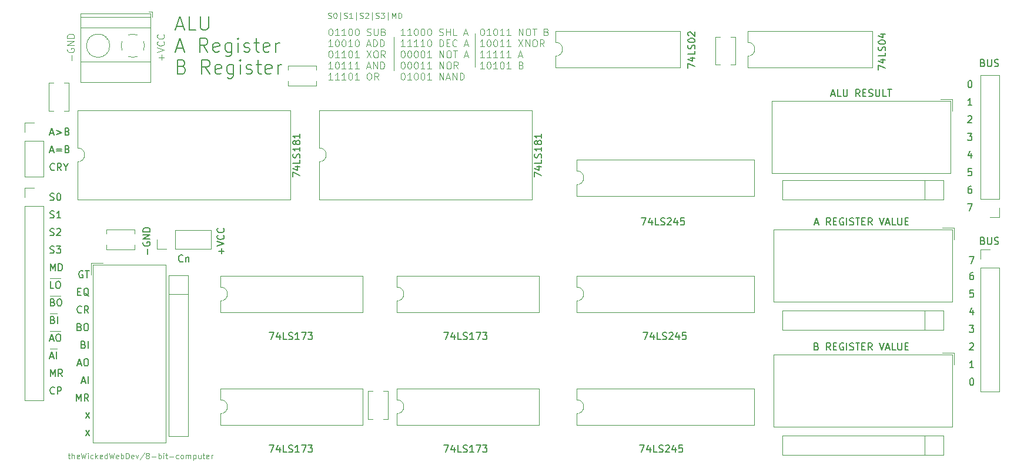
<source format=gbr>
%TF.GenerationSoftware,KiCad,Pcbnew,(5.1.9-0-10_14)*%
%TF.CreationDate,2021-06-18T22:47:41-04:00*%
%TF.ProjectId,ALU-181,414c552d-3138-4312-9e6b-696361645f70,rev?*%
%TF.SameCoordinates,Original*%
%TF.FileFunction,Legend,Top*%
%TF.FilePolarity,Positive*%
%FSLAX46Y46*%
G04 Gerber Fmt 4.6, Leading zero omitted, Abs format (unit mm)*
G04 Created by KiCad (PCBNEW (5.1.9-0-10_14)) date 2021-06-18 22:47:41*
%MOMM*%
%LPD*%
G01*
G04 APERTURE LIST*
%ADD10C,0.150000*%
%ADD11C,0.120000*%
%ADD12C,0.100000*%
G04 APERTURE END LIST*
D10*
X91805142Y-91797142D02*
X91757523Y-91844761D01*
X91614666Y-91892380D01*
X91519428Y-91892380D01*
X91376571Y-91844761D01*
X91281333Y-91749523D01*
X91233714Y-91654285D01*
X91186095Y-91463809D01*
X91186095Y-91320952D01*
X91233714Y-91130476D01*
X91281333Y-91035238D01*
X91376571Y-90940000D01*
X91519428Y-90892380D01*
X91614666Y-90892380D01*
X91757523Y-90940000D01*
X91805142Y-90987619D01*
X92233714Y-91225714D02*
X92233714Y-91892380D01*
X92233714Y-91320952D02*
X92281333Y-91273333D01*
X92376571Y-91225714D01*
X92519428Y-91225714D01*
X92614666Y-91273333D01*
X92662285Y-91368571D01*
X92662285Y-91892380D01*
X86685428Y-90804761D02*
X86685428Y-90042857D01*
X86114000Y-89042857D02*
X86066380Y-89138095D01*
X86066380Y-89280952D01*
X86114000Y-89423809D01*
X86209238Y-89519047D01*
X86304476Y-89566666D01*
X86494952Y-89614285D01*
X86637809Y-89614285D01*
X86828285Y-89566666D01*
X86923523Y-89519047D01*
X87018761Y-89423809D01*
X87066380Y-89280952D01*
X87066380Y-89185714D01*
X87018761Y-89042857D01*
X86971142Y-88995238D01*
X86637809Y-88995238D01*
X86637809Y-89185714D01*
X87066380Y-88566666D02*
X86066380Y-88566666D01*
X87066380Y-87995238D01*
X86066380Y-87995238D01*
X87066380Y-87519047D02*
X86066380Y-87519047D01*
X86066380Y-87280952D01*
X86114000Y-87138095D01*
X86209238Y-87042857D01*
X86304476Y-86995238D01*
X86494952Y-86947619D01*
X86637809Y-86947619D01*
X86828285Y-86995238D01*
X86923523Y-87042857D01*
X87018761Y-87138095D01*
X87066380Y-87280952D01*
X87066380Y-87519047D01*
X97353428Y-90709523D02*
X97353428Y-89947619D01*
X97734380Y-90328571D02*
X96972476Y-90328571D01*
X96734380Y-89614285D02*
X97734380Y-89280952D01*
X96734380Y-88947619D01*
X97639142Y-88042857D02*
X97686761Y-88090476D01*
X97734380Y-88233333D01*
X97734380Y-88328571D01*
X97686761Y-88471428D01*
X97591523Y-88566666D01*
X97496285Y-88614285D01*
X97305809Y-88661904D01*
X97162952Y-88661904D01*
X96972476Y-88614285D01*
X96877238Y-88566666D01*
X96782000Y-88471428D01*
X96734380Y-88328571D01*
X96734380Y-88233333D01*
X96782000Y-88090476D01*
X96829619Y-88042857D01*
X97639142Y-87042857D02*
X97686761Y-87090476D01*
X97734380Y-87233333D01*
X97734380Y-87328571D01*
X97686761Y-87471428D01*
X97591523Y-87566666D01*
X97496285Y-87614285D01*
X97305809Y-87661904D01*
X97162952Y-87661904D01*
X96972476Y-87614285D01*
X96877238Y-87566666D01*
X96782000Y-87471428D01*
X96734380Y-87328571D01*
X96734380Y-87233333D01*
X96782000Y-87090476D01*
X96829619Y-87042857D01*
D11*
X72644000Y-94234000D02*
X74168000Y-94234000D01*
X73660000Y-101854000D02*
X74168000Y-101854000D01*
X72644000Y-96774000D02*
X74168000Y-96774000D01*
X72644000Y-101854000D02*
X73660000Y-101854000D01*
X72644000Y-99314000D02*
X73660000Y-99314000D01*
X72644000Y-104394000D02*
X73660000Y-104394000D01*
X133858000Y-58928000D02*
X133858000Y-63754000D01*
X122174000Y-59436000D02*
X122174000Y-64262000D01*
D12*
X112739380Y-56711809D02*
X112853666Y-56749904D01*
X113044142Y-56749904D01*
X113120333Y-56711809D01*
X113158428Y-56673714D01*
X113196523Y-56597523D01*
X113196523Y-56521333D01*
X113158428Y-56445142D01*
X113120333Y-56407047D01*
X113044142Y-56368952D01*
X112891761Y-56330857D01*
X112815571Y-56292761D01*
X112777476Y-56254666D01*
X112739380Y-56178476D01*
X112739380Y-56102285D01*
X112777476Y-56026095D01*
X112815571Y-55988000D01*
X112891761Y-55949904D01*
X113082238Y-55949904D01*
X113196523Y-55988000D01*
X113691761Y-55949904D02*
X113767952Y-55949904D01*
X113844142Y-55988000D01*
X113882238Y-56026095D01*
X113920333Y-56102285D01*
X113958428Y-56254666D01*
X113958428Y-56445142D01*
X113920333Y-56597523D01*
X113882238Y-56673714D01*
X113844142Y-56711809D01*
X113767952Y-56749904D01*
X113691761Y-56749904D01*
X113615571Y-56711809D01*
X113577476Y-56673714D01*
X113539380Y-56597523D01*
X113501285Y-56445142D01*
X113501285Y-56254666D01*
X113539380Y-56102285D01*
X113577476Y-56026095D01*
X113615571Y-55988000D01*
X113691761Y-55949904D01*
X114491761Y-57016571D02*
X114491761Y-55873714D01*
X115025095Y-56711809D02*
X115139380Y-56749904D01*
X115329857Y-56749904D01*
X115406047Y-56711809D01*
X115444142Y-56673714D01*
X115482238Y-56597523D01*
X115482238Y-56521333D01*
X115444142Y-56445142D01*
X115406047Y-56407047D01*
X115329857Y-56368952D01*
X115177476Y-56330857D01*
X115101285Y-56292761D01*
X115063190Y-56254666D01*
X115025095Y-56178476D01*
X115025095Y-56102285D01*
X115063190Y-56026095D01*
X115101285Y-55988000D01*
X115177476Y-55949904D01*
X115367952Y-55949904D01*
X115482238Y-55988000D01*
X116244142Y-56749904D02*
X115787000Y-56749904D01*
X116015571Y-56749904D02*
X116015571Y-55949904D01*
X115939380Y-56064190D01*
X115863190Y-56140380D01*
X115787000Y-56178476D01*
X116777476Y-57016571D02*
X116777476Y-55873714D01*
X117310809Y-56711809D02*
X117425095Y-56749904D01*
X117615571Y-56749904D01*
X117691761Y-56711809D01*
X117729857Y-56673714D01*
X117767952Y-56597523D01*
X117767952Y-56521333D01*
X117729857Y-56445142D01*
X117691761Y-56407047D01*
X117615571Y-56368952D01*
X117463190Y-56330857D01*
X117387000Y-56292761D01*
X117348904Y-56254666D01*
X117310809Y-56178476D01*
X117310809Y-56102285D01*
X117348904Y-56026095D01*
X117387000Y-55988000D01*
X117463190Y-55949904D01*
X117653666Y-55949904D01*
X117767952Y-55988000D01*
X118072714Y-56026095D02*
X118110809Y-55988000D01*
X118187000Y-55949904D01*
X118377476Y-55949904D01*
X118453666Y-55988000D01*
X118491761Y-56026095D01*
X118529857Y-56102285D01*
X118529857Y-56178476D01*
X118491761Y-56292761D01*
X118034619Y-56749904D01*
X118529857Y-56749904D01*
X119063190Y-57016571D02*
X119063190Y-55873714D01*
X119596523Y-56711809D02*
X119710809Y-56749904D01*
X119901285Y-56749904D01*
X119977476Y-56711809D01*
X120015571Y-56673714D01*
X120053666Y-56597523D01*
X120053666Y-56521333D01*
X120015571Y-56445142D01*
X119977476Y-56407047D01*
X119901285Y-56368952D01*
X119748904Y-56330857D01*
X119672714Y-56292761D01*
X119634619Y-56254666D01*
X119596523Y-56178476D01*
X119596523Y-56102285D01*
X119634619Y-56026095D01*
X119672714Y-55988000D01*
X119748904Y-55949904D01*
X119939380Y-55949904D01*
X120053666Y-55988000D01*
X120320333Y-55949904D02*
X120815571Y-55949904D01*
X120548904Y-56254666D01*
X120663190Y-56254666D01*
X120739380Y-56292761D01*
X120777476Y-56330857D01*
X120815571Y-56407047D01*
X120815571Y-56597523D01*
X120777476Y-56673714D01*
X120739380Y-56711809D01*
X120663190Y-56749904D01*
X120434619Y-56749904D01*
X120358428Y-56711809D01*
X120320333Y-56673714D01*
X121348904Y-57016571D02*
X121348904Y-55873714D01*
X121920333Y-56749904D02*
X121920333Y-55949904D01*
X122187000Y-56521333D01*
X122453666Y-55949904D01*
X122453666Y-56749904D01*
X122834619Y-56749904D02*
X122834619Y-55949904D01*
X123025095Y-55949904D01*
X123139380Y-55988000D01*
X123215571Y-56064190D01*
X123253666Y-56140380D01*
X123291761Y-56292761D01*
X123291761Y-56407047D01*
X123253666Y-56559428D01*
X123215571Y-56635619D01*
X123139380Y-56711809D01*
X123025095Y-56749904D01*
X122834619Y-56749904D01*
X134859571Y-58228380D02*
X134954809Y-58228380D01*
X135050047Y-58276000D01*
X135097666Y-58323619D01*
X135145285Y-58418857D01*
X135192904Y-58609333D01*
X135192904Y-58847428D01*
X135145285Y-59037904D01*
X135097666Y-59133142D01*
X135050047Y-59180761D01*
X134954809Y-59228380D01*
X134859571Y-59228380D01*
X134764333Y-59180761D01*
X134716714Y-59133142D01*
X134669095Y-59037904D01*
X134621476Y-58847428D01*
X134621476Y-58609333D01*
X134669095Y-58418857D01*
X134716714Y-58323619D01*
X134764333Y-58276000D01*
X134859571Y-58228380D01*
X136145285Y-59228380D02*
X135573857Y-59228380D01*
X135859571Y-59228380D02*
X135859571Y-58228380D01*
X135764333Y-58371238D01*
X135669095Y-58466476D01*
X135573857Y-58514095D01*
X136764333Y-58228380D02*
X136859571Y-58228380D01*
X136954809Y-58276000D01*
X137002428Y-58323619D01*
X137050047Y-58418857D01*
X137097666Y-58609333D01*
X137097666Y-58847428D01*
X137050047Y-59037904D01*
X137002428Y-59133142D01*
X136954809Y-59180761D01*
X136859571Y-59228380D01*
X136764333Y-59228380D01*
X136669095Y-59180761D01*
X136621476Y-59133142D01*
X136573857Y-59037904D01*
X136526238Y-58847428D01*
X136526238Y-58609333D01*
X136573857Y-58418857D01*
X136621476Y-58323619D01*
X136669095Y-58276000D01*
X136764333Y-58228380D01*
X138050047Y-59228380D02*
X137478619Y-59228380D01*
X137764333Y-59228380D02*
X137764333Y-58228380D01*
X137669095Y-58371238D01*
X137573857Y-58466476D01*
X137478619Y-58514095D01*
X139002428Y-59228380D02*
X138431000Y-59228380D01*
X138716714Y-59228380D02*
X138716714Y-58228380D01*
X138621476Y-58371238D01*
X138526238Y-58466476D01*
X138431000Y-58514095D01*
X140192904Y-59228380D02*
X140192904Y-58228380D01*
X140764333Y-59228380D01*
X140764333Y-58228380D01*
X141431000Y-58228380D02*
X141621476Y-58228380D01*
X141716714Y-58276000D01*
X141811952Y-58371238D01*
X141859571Y-58561714D01*
X141859571Y-58895047D01*
X141811952Y-59085523D01*
X141716714Y-59180761D01*
X141621476Y-59228380D01*
X141431000Y-59228380D01*
X141335761Y-59180761D01*
X141240523Y-59085523D01*
X141192904Y-58895047D01*
X141192904Y-58561714D01*
X141240523Y-58371238D01*
X141335761Y-58276000D01*
X141431000Y-58228380D01*
X142145285Y-58228380D02*
X142716714Y-58228380D01*
X142431000Y-59228380D02*
X142431000Y-58228380D01*
X144145285Y-58704571D02*
X144288142Y-58752190D01*
X144335761Y-58799809D01*
X144383380Y-58895047D01*
X144383380Y-59037904D01*
X144335761Y-59133142D01*
X144288142Y-59180761D01*
X144192904Y-59228380D01*
X143811952Y-59228380D01*
X143811952Y-58228380D01*
X144145285Y-58228380D01*
X144240523Y-58276000D01*
X144288142Y-58323619D01*
X144335761Y-58418857D01*
X144335761Y-58514095D01*
X144288142Y-58609333D01*
X144240523Y-58656952D01*
X144145285Y-58704571D01*
X143811952Y-58704571D01*
X135192904Y-60828380D02*
X134621476Y-60828380D01*
X134907190Y-60828380D02*
X134907190Y-59828380D01*
X134811952Y-59971238D01*
X134716714Y-60066476D01*
X134621476Y-60114095D01*
X135811952Y-59828380D02*
X135907190Y-59828380D01*
X136002428Y-59876000D01*
X136050047Y-59923619D01*
X136097666Y-60018857D01*
X136145285Y-60209333D01*
X136145285Y-60447428D01*
X136097666Y-60637904D01*
X136050047Y-60733142D01*
X136002428Y-60780761D01*
X135907190Y-60828380D01*
X135811952Y-60828380D01*
X135716714Y-60780761D01*
X135669095Y-60733142D01*
X135621476Y-60637904D01*
X135573857Y-60447428D01*
X135573857Y-60209333D01*
X135621476Y-60018857D01*
X135669095Y-59923619D01*
X135716714Y-59876000D01*
X135811952Y-59828380D01*
X136764333Y-59828380D02*
X136859571Y-59828380D01*
X136954809Y-59876000D01*
X137002428Y-59923619D01*
X137050047Y-60018857D01*
X137097666Y-60209333D01*
X137097666Y-60447428D01*
X137050047Y-60637904D01*
X137002428Y-60733142D01*
X136954809Y-60780761D01*
X136859571Y-60828380D01*
X136764333Y-60828380D01*
X136669095Y-60780761D01*
X136621476Y-60733142D01*
X136573857Y-60637904D01*
X136526238Y-60447428D01*
X136526238Y-60209333D01*
X136573857Y-60018857D01*
X136621476Y-59923619D01*
X136669095Y-59876000D01*
X136764333Y-59828380D01*
X138050047Y-60828380D02*
X137478619Y-60828380D01*
X137764333Y-60828380D02*
X137764333Y-59828380D01*
X137669095Y-59971238D01*
X137573857Y-60066476D01*
X137478619Y-60114095D01*
X139002428Y-60828380D02*
X138431000Y-60828380D01*
X138716714Y-60828380D02*
X138716714Y-59828380D01*
X138621476Y-59971238D01*
X138526238Y-60066476D01*
X138431000Y-60114095D01*
X140097666Y-59828380D02*
X140764333Y-60828380D01*
X140764333Y-59828380D02*
X140097666Y-60828380D01*
X141145285Y-60828380D02*
X141145285Y-59828380D01*
X141716714Y-60828380D01*
X141716714Y-59828380D01*
X142383380Y-59828380D02*
X142573857Y-59828380D01*
X142669095Y-59876000D01*
X142764333Y-59971238D01*
X142811952Y-60161714D01*
X142811952Y-60495047D01*
X142764333Y-60685523D01*
X142669095Y-60780761D01*
X142573857Y-60828380D01*
X142383380Y-60828380D01*
X142288142Y-60780761D01*
X142192904Y-60685523D01*
X142145285Y-60495047D01*
X142145285Y-60161714D01*
X142192904Y-59971238D01*
X142288142Y-59876000D01*
X142383380Y-59828380D01*
X143811952Y-60828380D02*
X143478619Y-60352190D01*
X143240523Y-60828380D02*
X143240523Y-59828380D01*
X143621476Y-59828380D01*
X143716714Y-59876000D01*
X143764333Y-59923619D01*
X143811952Y-60018857D01*
X143811952Y-60161714D01*
X143764333Y-60256952D01*
X143716714Y-60304571D01*
X143621476Y-60352190D01*
X143240523Y-60352190D01*
X135192904Y-62428380D02*
X134621476Y-62428380D01*
X134907190Y-62428380D02*
X134907190Y-61428380D01*
X134811952Y-61571238D01*
X134716714Y-61666476D01*
X134621476Y-61714095D01*
X136145285Y-62428380D02*
X135573857Y-62428380D01*
X135859571Y-62428380D02*
X135859571Y-61428380D01*
X135764333Y-61571238D01*
X135669095Y-61666476D01*
X135573857Y-61714095D01*
X137097666Y-62428380D02*
X136526238Y-62428380D01*
X136811952Y-62428380D02*
X136811952Y-61428380D01*
X136716714Y-61571238D01*
X136621476Y-61666476D01*
X136526238Y-61714095D01*
X138050047Y-62428380D02*
X137478619Y-62428380D01*
X137764333Y-62428380D02*
X137764333Y-61428380D01*
X137669095Y-61571238D01*
X137573857Y-61666476D01*
X137478619Y-61714095D01*
X139002428Y-62428380D02*
X138431000Y-62428380D01*
X138716714Y-62428380D02*
X138716714Y-61428380D01*
X138621476Y-61571238D01*
X138526238Y-61666476D01*
X138431000Y-61714095D01*
X140145285Y-62142666D02*
X140621476Y-62142666D01*
X140050047Y-62428380D02*
X140383380Y-61428380D01*
X140716714Y-62428380D01*
X135192904Y-64028380D02*
X134621476Y-64028380D01*
X134907190Y-64028380D02*
X134907190Y-63028380D01*
X134811952Y-63171238D01*
X134716714Y-63266476D01*
X134621476Y-63314095D01*
X135811952Y-63028380D02*
X135907190Y-63028380D01*
X136002428Y-63076000D01*
X136050047Y-63123619D01*
X136097666Y-63218857D01*
X136145285Y-63409333D01*
X136145285Y-63647428D01*
X136097666Y-63837904D01*
X136050047Y-63933142D01*
X136002428Y-63980761D01*
X135907190Y-64028380D01*
X135811952Y-64028380D01*
X135716714Y-63980761D01*
X135669095Y-63933142D01*
X135621476Y-63837904D01*
X135573857Y-63647428D01*
X135573857Y-63409333D01*
X135621476Y-63218857D01*
X135669095Y-63123619D01*
X135716714Y-63076000D01*
X135811952Y-63028380D01*
X137097666Y-64028380D02*
X136526238Y-64028380D01*
X136811952Y-64028380D02*
X136811952Y-63028380D01*
X136716714Y-63171238D01*
X136621476Y-63266476D01*
X136526238Y-63314095D01*
X137716714Y-63028380D02*
X137811952Y-63028380D01*
X137907190Y-63076000D01*
X137954809Y-63123619D01*
X138002428Y-63218857D01*
X138050047Y-63409333D01*
X138050047Y-63647428D01*
X138002428Y-63837904D01*
X137954809Y-63933142D01*
X137907190Y-63980761D01*
X137811952Y-64028380D01*
X137716714Y-64028380D01*
X137621476Y-63980761D01*
X137573857Y-63933142D01*
X137526238Y-63837904D01*
X137478619Y-63647428D01*
X137478619Y-63409333D01*
X137526238Y-63218857D01*
X137573857Y-63123619D01*
X137621476Y-63076000D01*
X137716714Y-63028380D01*
X139002428Y-64028380D02*
X138431000Y-64028380D01*
X138716714Y-64028380D02*
X138716714Y-63028380D01*
X138621476Y-63171238D01*
X138526238Y-63266476D01*
X138431000Y-63314095D01*
X140526238Y-63504571D02*
X140669095Y-63552190D01*
X140716714Y-63599809D01*
X140764333Y-63695047D01*
X140764333Y-63837904D01*
X140716714Y-63933142D01*
X140669095Y-63980761D01*
X140573857Y-64028380D01*
X140192904Y-64028380D01*
X140192904Y-63028380D01*
X140526238Y-63028380D01*
X140621476Y-63076000D01*
X140669095Y-63123619D01*
X140716714Y-63218857D01*
X140716714Y-63314095D01*
X140669095Y-63409333D01*
X140621476Y-63456952D01*
X140526238Y-63504571D01*
X140192904Y-63504571D01*
X123762904Y-59228380D02*
X123191476Y-59228380D01*
X123477190Y-59228380D02*
X123477190Y-58228380D01*
X123381952Y-58371238D01*
X123286714Y-58466476D01*
X123191476Y-58514095D01*
X124715285Y-59228380D02*
X124143857Y-59228380D01*
X124429571Y-59228380D02*
X124429571Y-58228380D01*
X124334333Y-58371238D01*
X124239095Y-58466476D01*
X124143857Y-58514095D01*
X125334333Y-58228380D02*
X125429571Y-58228380D01*
X125524809Y-58276000D01*
X125572428Y-58323619D01*
X125620047Y-58418857D01*
X125667666Y-58609333D01*
X125667666Y-58847428D01*
X125620047Y-59037904D01*
X125572428Y-59133142D01*
X125524809Y-59180761D01*
X125429571Y-59228380D01*
X125334333Y-59228380D01*
X125239095Y-59180761D01*
X125191476Y-59133142D01*
X125143857Y-59037904D01*
X125096238Y-58847428D01*
X125096238Y-58609333D01*
X125143857Y-58418857D01*
X125191476Y-58323619D01*
X125239095Y-58276000D01*
X125334333Y-58228380D01*
X126286714Y-58228380D02*
X126381952Y-58228380D01*
X126477190Y-58276000D01*
X126524809Y-58323619D01*
X126572428Y-58418857D01*
X126620047Y-58609333D01*
X126620047Y-58847428D01*
X126572428Y-59037904D01*
X126524809Y-59133142D01*
X126477190Y-59180761D01*
X126381952Y-59228380D01*
X126286714Y-59228380D01*
X126191476Y-59180761D01*
X126143857Y-59133142D01*
X126096238Y-59037904D01*
X126048619Y-58847428D01*
X126048619Y-58609333D01*
X126096238Y-58418857D01*
X126143857Y-58323619D01*
X126191476Y-58276000D01*
X126286714Y-58228380D01*
X127239095Y-58228380D02*
X127334333Y-58228380D01*
X127429571Y-58276000D01*
X127477190Y-58323619D01*
X127524809Y-58418857D01*
X127572428Y-58609333D01*
X127572428Y-58847428D01*
X127524809Y-59037904D01*
X127477190Y-59133142D01*
X127429571Y-59180761D01*
X127334333Y-59228380D01*
X127239095Y-59228380D01*
X127143857Y-59180761D01*
X127096238Y-59133142D01*
X127048619Y-59037904D01*
X127001000Y-58847428D01*
X127001000Y-58609333D01*
X127048619Y-58418857D01*
X127096238Y-58323619D01*
X127143857Y-58276000D01*
X127239095Y-58228380D01*
X128715285Y-59180761D02*
X128858142Y-59228380D01*
X129096238Y-59228380D01*
X129191476Y-59180761D01*
X129239095Y-59133142D01*
X129286714Y-59037904D01*
X129286714Y-58942666D01*
X129239095Y-58847428D01*
X129191476Y-58799809D01*
X129096238Y-58752190D01*
X128905761Y-58704571D01*
X128810523Y-58656952D01*
X128762904Y-58609333D01*
X128715285Y-58514095D01*
X128715285Y-58418857D01*
X128762904Y-58323619D01*
X128810523Y-58276000D01*
X128905761Y-58228380D01*
X129143857Y-58228380D01*
X129286714Y-58276000D01*
X129715285Y-59228380D02*
X129715285Y-58228380D01*
X129715285Y-58704571D02*
X130286714Y-58704571D01*
X130286714Y-59228380D02*
X130286714Y-58228380D01*
X131239095Y-59228380D02*
X130762904Y-59228380D01*
X130762904Y-58228380D01*
X132286714Y-58942666D02*
X132762904Y-58942666D01*
X132191476Y-59228380D02*
X132524809Y-58228380D01*
X132858142Y-59228380D01*
X123762904Y-60828380D02*
X123191476Y-60828380D01*
X123477190Y-60828380D02*
X123477190Y-59828380D01*
X123381952Y-59971238D01*
X123286714Y-60066476D01*
X123191476Y-60114095D01*
X124715285Y-60828380D02*
X124143857Y-60828380D01*
X124429571Y-60828380D02*
X124429571Y-59828380D01*
X124334333Y-59971238D01*
X124239095Y-60066476D01*
X124143857Y-60114095D01*
X125667666Y-60828380D02*
X125096238Y-60828380D01*
X125381952Y-60828380D02*
X125381952Y-59828380D01*
X125286714Y-59971238D01*
X125191476Y-60066476D01*
X125096238Y-60114095D01*
X126620047Y-60828380D02*
X126048619Y-60828380D01*
X126334333Y-60828380D02*
X126334333Y-59828380D01*
X126239095Y-59971238D01*
X126143857Y-60066476D01*
X126048619Y-60114095D01*
X127239095Y-59828380D02*
X127334333Y-59828380D01*
X127429571Y-59876000D01*
X127477190Y-59923619D01*
X127524809Y-60018857D01*
X127572428Y-60209333D01*
X127572428Y-60447428D01*
X127524809Y-60637904D01*
X127477190Y-60733142D01*
X127429571Y-60780761D01*
X127334333Y-60828380D01*
X127239095Y-60828380D01*
X127143857Y-60780761D01*
X127096238Y-60733142D01*
X127048619Y-60637904D01*
X127001000Y-60447428D01*
X127001000Y-60209333D01*
X127048619Y-60018857D01*
X127096238Y-59923619D01*
X127143857Y-59876000D01*
X127239095Y-59828380D01*
X128762904Y-60828380D02*
X128762904Y-59828380D01*
X129001000Y-59828380D01*
X129143857Y-59876000D01*
X129239095Y-59971238D01*
X129286714Y-60066476D01*
X129334333Y-60256952D01*
X129334333Y-60399809D01*
X129286714Y-60590285D01*
X129239095Y-60685523D01*
X129143857Y-60780761D01*
X129001000Y-60828380D01*
X128762904Y-60828380D01*
X129762904Y-60304571D02*
X130096238Y-60304571D01*
X130239095Y-60828380D02*
X129762904Y-60828380D01*
X129762904Y-59828380D01*
X130239095Y-59828380D01*
X131239095Y-60733142D02*
X131191476Y-60780761D01*
X131048619Y-60828380D01*
X130953380Y-60828380D01*
X130810523Y-60780761D01*
X130715285Y-60685523D01*
X130667666Y-60590285D01*
X130620047Y-60399809D01*
X130620047Y-60256952D01*
X130667666Y-60066476D01*
X130715285Y-59971238D01*
X130810523Y-59876000D01*
X130953380Y-59828380D01*
X131048619Y-59828380D01*
X131191476Y-59876000D01*
X131239095Y-59923619D01*
X132381952Y-60542666D02*
X132858142Y-60542666D01*
X132286714Y-60828380D02*
X132620047Y-59828380D01*
X132953380Y-60828380D01*
X123429571Y-61428380D02*
X123524809Y-61428380D01*
X123620047Y-61476000D01*
X123667666Y-61523619D01*
X123715285Y-61618857D01*
X123762904Y-61809333D01*
X123762904Y-62047428D01*
X123715285Y-62237904D01*
X123667666Y-62333142D01*
X123620047Y-62380761D01*
X123524809Y-62428380D01*
X123429571Y-62428380D01*
X123334333Y-62380761D01*
X123286714Y-62333142D01*
X123239095Y-62237904D01*
X123191476Y-62047428D01*
X123191476Y-61809333D01*
X123239095Y-61618857D01*
X123286714Y-61523619D01*
X123334333Y-61476000D01*
X123429571Y-61428380D01*
X124381952Y-61428380D02*
X124477190Y-61428380D01*
X124572428Y-61476000D01*
X124620047Y-61523619D01*
X124667666Y-61618857D01*
X124715285Y-61809333D01*
X124715285Y-62047428D01*
X124667666Y-62237904D01*
X124620047Y-62333142D01*
X124572428Y-62380761D01*
X124477190Y-62428380D01*
X124381952Y-62428380D01*
X124286714Y-62380761D01*
X124239095Y-62333142D01*
X124191476Y-62237904D01*
X124143857Y-62047428D01*
X124143857Y-61809333D01*
X124191476Y-61618857D01*
X124239095Y-61523619D01*
X124286714Y-61476000D01*
X124381952Y-61428380D01*
X125334333Y-61428380D02*
X125429571Y-61428380D01*
X125524809Y-61476000D01*
X125572428Y-61523619D01*
X125620047Y-61618857D01*
X125667666Y-61809333D01*
X125667666Y-62047428D01*
X125620047Y-62237904D01*
X125572428Y-62333142D01*
X125524809Y-62380761D01*
X125429571Y-62428380D01*
X125334333Y-62428380D01*
X125239095Y-62380761D01*
X125191476Y-62333142D01*
X125143857Y-62237904D01*
X125096238Y-62047428D01*
X125096238Y-61809333D01*
X125143857Y-61618857D01*
X125191476Y-61523619D01*
X125239095Y-61476000D01*
X125334333Y-61428380D01*
X126286714Y-61428380D02*
X126381952Y-61428380D01*
X126477190Y-61476000D01*
X126524809Y-61523619D01*
X126572428Y-61618857D01*
X126620047Y-61809333D01*
X126620047Y-62047428D01*
X126572428Y-62237904D01*
X126524809Y-62333142D01*
X126477190Y-62380761D01*
X126381952Y-62428380D01*
X126286714Y-62428380D01*
X126191476Y-62380761D01*
X126143857Y-62333142D01*
X126096238Y-62237904D01*
X126048619Y-62047428D01*
X126048619Y-61809333D01*
X126096238Y-61618857D01*
X126143857Y-61523619D01*
X126191476Y-61476000D01*
X126286714Y-61428380D01*
X127572428Y-62428380D02*
X127001000Y-62428380D01*
X127286714Y-62428380D02*
X127286714Y-61428380D01*
X127191476Y-61571238D01*
X127096238Y-61666476D01*
X127001000Y-61714095D01*
X128762904Y-62428380D02*
X128762904Y-61428380D01*
X129334333Y-62428380D01*
X129334333Y-61428380D01*
X130001000Y-61428380D02*
X130191476Y-61428380D01*
X130286714Y-61476000D01*
X130381952Y-61571238D01*
X130429571Y-61761714D01*
X130429571Y-62095047D01*
X130381952Y-62285523D01*
X130286714Y-62380761D01*
X130191476Y-62428380D01*
X130001000Y-62428380D01*
X129905761Y-62380761D01*
X129810523Y-62285523D01*
X129762904Y-62095047D01*
X129762904Y-61761714D01*
X129810523Y-61571238D01*
X129905761Y-61476000D01*
X130001000Y-61428380D01*
X130715285Y-61428380D02*
X131286714Y-61428380D01*
X131001000Y-62428380D02*
X131001000Y-61428380D01*
X132334333Y-62142666D02*
X132810523Y-62142666D01*
X132239095Y-62428380D02*
X132572428Y-61428380D01*
X132905761Y-62428380D01*
X123429571Y-63028380D02*
X123524809Y-63028380D01*
X123620047Y-63076000D01*
X123667666Y-63123619D01*
X123715285Y-63218857D01*
X123762904Y-63409333D01*
X123762904Y-63647428D01*
X123715285Y-63837904D01*
X123667666Y-63933142D01*
X123620047Y-63980761D01*
X123524809Y-64028380D01*
X123429571Y-64028380D01*
X123334333Y-63980761D01*
X123286714Y-63933142D01*
X123239095Y-63837904D01*
X123191476Y-63647428D01*
X123191476Y-63409333D01*
X123239095Y-63218857D01*
X123286714Y-63123619D01*
X123334333Y-63076000D01*
X123429571Y-63028380D01*
X124381952Y-63028380D02*
X124477190Y-63028380D01*
X124572428Y-63076000D01*
X124620047Y-63123619D01*
X124667666Y-63218857D01*
X124715285Y-63409333D01*
X124715285Y-63647428D01*
X124667666Y-63837904D01*
X124620047Y-63933142D01*
X124572428Y-63980761D01*
X124477190Y-64028380D01*
X124381952Y-64028380D01*
X124286714Y-63980761D01*
X124239095Y-63933142D01*
X124191476Y-63837904D01*
X124143857Y-63647428D01*
X124143857Y-63409333D01*
X124191476Y-63218857D01*
X124239095Y-63123619D01*
X124286714Y-63076000D01*
X124381952Y-63028380D01*
X125334333Y-63028380D02*
X125429571Y-63028380D01*
X125524809Y-63076000D01*
X125572428Y-63123619D01*
X125620047Y-63218857D01*
X125667666Y-63409333D01*
X125667666Y-63647428D01*
X125620047Y-63837904D01*
X125572428Y-63933142D01*
X125524809Y-63980761D01*
X125429571Y-64028380D01*
X125334333Y-64028380D01*
X125239095Y-63980761D01*
X125191476Y-63933142D01*
X125143857Y-63837904D01*
X125096238Y-63647428D01*
X125096238Y-63409333D01*
X125143857Y-63218857D01*
X125191476Y-63123619D01*
X125239095Y-63076000D01*
X125334333Y-63028380D01*
X126620047Y-64028380D02*
X126048619Y-64028380D01*
X126334333Y-64028380D02*
X126334333Y-63028380D01*
X126239095Y-63171238D01*
X126143857Y-63266476D01*
X126048619Y-63314095D01*
X127572428Y-64028380D02*
X127001000Y-64028380D01*
X127286714Y-64028380D02*
X127286714Y-63028380D01*
X127191476Y-63171238D01*
X127096238Y-63266476D01*
X127001000Y-63314095D01*
X128762904Y-64028380D02*
X128762904Y-63028380D01*
X129334333Y-64028380D01*
X129334333Y-63028380D01*
X130001000Y-63028380D02*
X130191476Y-63028380D01*
X130286714Y-63076000D01*
X130381952Y-63171238D01*
X130429571Y-63361714D01*
X130429571Y-63695047D01*
X130381952Y-63885523D01*
X130286714Y-63980761D01*
X130191476Y-64028380D01*
X130001000Y-64028380D01*
X129905761Y-63980761D01*
X129810523Y-63885523D01*
X129762904Y-63695047D01*
X129762904Y-63361714D01*
X129810523Y-63171238D01*
X129905761Y-63076000D01*
X130001000Y-63028380D01*
X131429571Y-64028380D02*
X131096238Y-63552190D01*
X130858142Y-64028380D02*
X130858142Y-63028380D01*
X131239095Y-63028380D01*
X131334333Y-63076000D01*
X131381952Y-63123619D01*
X131429571Y-63218857D01*
X131429571Y-63361714D01*
X131381952Y-63456952D01*
X131334333Y-63504571D01*
X131239095Y-63552190D01*
X130858142Y-63552190D01*
X123429571Y-64628380D02*
X123524809Y-64628380D01*
X123620047Y-64676000D01*
X123667666Y-64723619D01*
X123715285Y-64818857D01*
X123762904Y-65009333D01*
X123762904Y-65247428D01*
X123715285Y-65437904D01*
X123667666Y-65533142D01*
X123620047Y-65580761D01*
X123524809Y-65628380D01*
X123429571Y-65628380D01*
X123334333Y-65580761D01*
X123286714Y-65533142D01*
X123239095Y-65437904D01*
X123191476Y-65247428D01*
X123191476Y-65009333D01*
X123239095Y-64818857D01*
X123286714Y-64723619D01*
X123334333Y-64676000D01*
X123429571Y-64628380D01*
X124715285Y-65628380D02*
X124143857Y-65628380D01*
X124429571Y-65628380D02*
X124429571Y-64628380D01*
X124334333Y-64771238D01*
X124239095Y-64866476D01*
X124143857Y-64914095D01*
X125334333Y-64628380D02*
X125429571Y-64628380D01*
X125524809Y-64676000D01*
X125572428Y-64723619D01*
X125620047Y-64818857D01*
X125667666Y-65009333D01*
X125667666Y-65247428D01*
X125620047Y-65437904D01*
X125572428Y-65533142D01*
X125524809Y-65580761D01*
X125429571Y-65628380D01*
X125334333Y-65628380D01*
X125239095Y-65580761D01*
X125191476Y-65533142D01*
X125143857Y-65437904D01*
X125096238Y-65247428D01*
X125096238Y-65009333D01*
X125143857Y-64818857D01*
X125191476Y-64723619D01*
X125239095Y-64676000D01*
X125334333Y-64628380D01*
X126286714Y-64628380D02*
X126381952Y-64628380D01*
X126477190Y-64676000D01*
X126524809Y-64723619D01*
X126572428Y-64818857D01*
X126620047Y-65009333D01*
X126620047Y-65247428D01*
X126572428Y-65437904D01*
X126524809Y-65533142D01*
X126477190Y-65580761D01*
X126381952Y-65628380D01*
X126286714Y-65628380D01*
X126191476Y-65580761D01*
X126143857Y-65533142D01*
X126096238Y-65437904D01*
X126048619Y-65247428D01*
X126048619Y-65009333D01*
X126096238Y-64818857D01*
X126143857Y-64723619D01*
X126191476Y-64676000D01*
X126286714Y-64628380D01*
X127572428Y-65628380D02*
X127001000Y-65628380D01*
X127286714Y-65628380D02*
X127286714Y-64628380D01*
X127191476Y-64771238D01*
X127096238Y-64866476D01*
X127001000Y-64914095D01*
X128762904Y-65628380D02*
X128762904Y-64628380D01*
X129334333Y-65628380D01*
X129334333Y-64628380D01*
X129762904Y-65342666D02*
X130239095Y-65342666D01*
X129667666Y-65628380D02*
X130001000Y-64628380D01*
X130334333Y-65628380D01*
X130667666Y-65628380D02*
X130667666Y-64628380D01*
X131239095Y-65628380D01*
X131239095Y-64628380D01*
X131715285Y-65628380D02*
X131715285Y-64628380D01*
X131953380Y-64628380D01*
X132096238Y-64676000D01*
X132191476Y-64771238D01*
X132239095Y-64866476D01*
X132286714Y-65056952D01*
X132286714Y-65199809D01*
X132239095Y-65390285D01*
X132191476Y-65485523D01*
X132096238Y-65580761D01*
X131953380Y-65628380D01*
X131715285Y-65628380D01*
X113015571Y-58228380D02*
X113110809Y-58228380D01*
X113206047Y-58276000D01*
X113253666Y-58323619D01*
X113301285Y-58418857D01*
X113348904Y-58609333D01*
X113348904Y-58847428D01*
X113301285Y-59037904D01*
X113253666Y-59133142D01*
X113206047Y-59180761D01*
X113110809Y-59228380D01*
X113015571Y-59228380D01*
X112920333Y-59180761D01*
X112872714Y-59133142D01*
X112825095Y-59037904D01*
X112777476Y-58847428D01*
X112777476Y-58609333D01*
X112825095Y-58418857D01*
X112872714Y-58323619D01*
X112920333Y-58276000D01*
X113015571Y-58228380D01*
X114301285Y-59228380D02*
X113729857Y-59228380D01*
X114015571Y-59228380D02*
X114015571Y-58228380D01*
X113920333Y-58371238D01*
X113825095Y-58466476D01*
X113729857Y-58514095D01*
X115253666Y-59228380D02*
X114682238Y-59228380D01*
X114967952Y-59228380D02*
X114967952Y-58228380D01*
X114872714Y-58371238D01*
X114777476Y-58466476D01*
X114682238Y-58514095D01*
X115872714Y-58228380D02*
X115967952Y-58228380D01*
X116063190Y-58276000D01*
X116110809Y-58323619D01*
X116158428Y-58418857D01*
X116206047Y-58609333D01*
X116206047Y-58847428D01*
X116158428Y-59037904D01*
X116110809Y-59133142D01*
X116063190Y-59180761D01*
X115967952Y-59228380D01*
X115872714Y-59228380D01*
X115777476Y-59180761D01*
X115729857Y-59133142D01*
X115682238Y-59037904D01*
X115634619Y-58847428D01*
X115634619Y-58609333D01*
X115682238Y-58418857D01*
X115729857Y-58323619D01*
X115777476Y-58276000D01*
X115872714Y-58228380D01*
X116825095Y-58228380D02*
X116920333Y-58228380D01*
X117015571Y-58276000D01*
X117063190Y-58323619D01*
X117110809Y-58418857D01*
X117158428Y-58609333D01*
X117158428Y-58847428D01*
X117110809Y-59037904D01*
X117063190Y-59133142D01*
X117015571Y-59180761D01*
X116920333Y-59228380D01*
X116825095Y-59228380D01*
X116729857Y-59180761D01*
X116682238Y-59133142D01*
X116634619Y-59037904D01*
X116587000Y-58847428D01*
X116587000Y-58609333D01*
X116634619Y-58418857D01*
X116682238Y-58323619D01*
X116729857Y-58276000D01*
X116825095Y-58228380D01*
X118301285Y-59180761D02*
X118444142Y-59228380D01*
X118682238Y-59228380D01*
X118777476Y-59180761D01*
X118825095Y-59133142D01*
X118872714Y-59037904D01*
X118872714Y-58942666D01*
X118825095Y-58847428D01*
X118777476Y-58799809D01*
X118682238Y-58752190D01*
X118491761Y-58704571D01*
X118396523Y-58656952D01*
X118348904Y-58609333D01*
X118301285Y-58514095D01*
X118301285Y-58418857D01*
X118348904Y-58323619D01*
X118396523Y-58276000D01*
X118491761Y-58228380D01*
X118729857Y-58228380D01*
X118872714Y-58276000D01*
X119301285Y-58228380D02*
X119301285Y-59037904D01*
X119348904Y-59133142D01*
X119396523Y-59180761D01*
X119491761Y-59228380D01*
X119682238Y-59228380D01*
X119777476Y-59180761D01*
X119825095Y-59133142D01*
X119872714Y-59037904D01*
X119872714Y-58228380D01*
X120682238Y-58704571D02*
X120825095Y-58752190D01*
X120872714Y-58799809D01*
X120920333Y-58895047D01*
X120920333Y-59037904D01*
X120872714Y-59133142D01*
X120825095Y-59180761D01*
X120729857Y-59228380D01*
X120348904Y-59228380D01*
X120348904Y-58228380D01*
X120682238Y-58228380D01*
X120777476Y-58276000D01*
X120825095Y-58323619D01*
X120872714Y-58418857D01*
X120872714Y-58514095D01*
X120825095Y-58609333D01*
X120777476Y-58656952D01*
X120682238Y-58704571D01*
X120348904Y-58704571D01*
X113348904Y-60828380D02*
X112777476Y-60828380D01*
X113063190Y-60828380D02*
X113063190Y-59828380D01*
X112967952Y-59971238D01*
X112872714Y-60066476D01*
X112777476Y-60114095D01*
X113967952Y-59828380D02*
X114063190Y-59828380D01*
X114158428Y-59876000D01*
X114206047Y-59923619D01*
X114253666Y-60018857D01*
X114301285Y-60209333D01*
X114301285Y-60447428D01*
X114253666Y-60637904D01*
X114206047Y-60733142D01*
X114158428Y-60780761D01*
X114063190Y-60828380D01*
X113967952Y-60828380D01*
X113872714Y-60780761D01*
X113825095Y-60733142D01*
X113777476Y-60637904D01*
X113729857Y-60447428D01*
X113729857Y-60209333D01*
X113777476Y-60018857D01*
X113825095Y-59923619D01*
X113872714Y-59876000D01*
X113967952Y-59828380D01*
X114920333Y-59828380D02*
X115015571Y-59828380D01*
X115110809Y-59876000D01*
X115158428Y-59923619D01*
X115206047Y-60018857D01*
X115253666Y-60209333D01*
X115253666Y-60447428D01*
X115206047Y-60637904D01*
X115158428Y-60733142D01*
X115110809Y-60780761D01*
X115015571Y-60828380D01*
X114920333Y-60828380D01*
X114825095Y-60780761D01*
X114777476Y-60733142D01*
X114729857Y-60637904D01*
X114682238Y-60447428D01*
X114682238Y-60209333D01*
X114729857Y-60018857D01*
X114777476Y-59923619D01*
X114825095Y-59876000D01*
X114920333Y-59828380D01*
X116206047Y-60828380D02*
X115634619Y-60828380D01*
X115920333Y-60828380D02*
X115920333Y-59828380D01*
X115825095Y-59971238D01*
X115729857Y-60066476D01*
X115634619Y-60114095D01*
X116825095Y-59828380D02*
X116920333Y-59828380D01*
X117015571Y-59876000D01*
X117063190Y-59923619D01*
X117110809Y-60018857D01*
X117158428Y-60209333D01*
X117158428Y-60447428D01*
X117110809Y-60637904D01*
X117063190Y-60733142D01*
X117015571Y-60780761D01*
X116920333Y-60828380D01*
X116825095Y-60828380D01*
X116729857Y-60780761D01*
X116682238Y-60733142D01*
X116634619Y-60637904D01*
X116587000Y-60447428D01*
X116587000Y-60209333D01*
X116634619Y-60018857D01*
X116682238Y-59923619D01*
X116729857Y-59876000D01*
X116825095Y-59828380D01*
X118301285Y-60542666D02*
X118777476Y-60542666D01*
X118206047Y-60828380D02*
X118539380Y-59828380D01*
X118872714Y-60828380D01*
X119206047Y-60828380D02*
X119206047Y-59828380D01*
X119444142Y-59828380D01*
X119587000Y-59876000D01*
X119682238Y-59971238D01*
X119729857Y-60066476D01*
X119777476Y-60256952D01*
X119777476Y-60399809D01*
X119729857Y-60590285D01*
X119682238Y-60685523D01*
X119587000Y-60780761D01*
X119444142Y-60828380D01*
X119206047Y-60828380D01*
X120206047Y-60828380D02*
X120206047Y-59828380D01*
X120444142Y-59828380D01*
X120587000Y-59876000D01*
X120682238Y-59971238D01*
X120729857Y-60066476D01*
X120777476Y-60256952D01*
X120777476Y-60399809D01*
X120729857Y-60590285D01*
X120682238Y-60685523D01*
X120587000Y-60780761D01*
X120444142Y-60828380D01*
X120206047Y-60828380D01*
X113015571Y-61428380D02*
X113110809Y-61428380D01*
X113206047Y-61476000D01*
X113253666Y-61523619D01*
X113301285Y-61618857D01*
X113348904Y-61809333D01*
X113348904Y-62047428D01*
X113301285Y-62237904D01*
X113253666Y-62333142D01*
X113206047Y-62380761D01*
X113110809Y-62428380D01*
X113015571Y-62428380D01*
X112920333Y-62380761D01*
X112872714Y-62333142D01*
X112825095Y-62237904D01*
X112777476Y-62047428D01*
X112777476Y-61809333D01*
X112825095Y-61618857D01*
X112872714Y-61523619D01*
X112920333Y-61476000D01*
X113015571Y-61428380D01*
X114301285Y-62428380D02*
X113729857Y-62428380D01*
X114015571Y-62428380D02*
X114015571Y-61428380D01*
X113920333Y-61571238D01*
X113825095Y-61666476D01*
X113729857Y-61714095D01*
X115253666Y-62428380D02*
X114682238Y-62428380D01*
X114967952Y-62428380D02*
X114967952Y-61428380D01*
X114872714Y-61571238D01*
X114777476Y-61666476D01*
X114682238Y-61714095D01*
X115872714Y-61428380D02*
X115967952Y-61428380D01*
X116063190Y-61476000D01*
X116110809Y-61523619D01*
X116158428Y-61618857D01*
X116206047Y-61809333D01*
X116206047Y-62047428D01*
X116158428Y-62237904D01*
X116110809Y-62333142D01*
X116063190Y-62380761D01*
X115967952Y-62428380D01*
X115872714Y-62428380D01*
X115777476Y-62380761D01*
X115729857Y-62333142D01*
X115682238Y-62237904D01*
X115634619Y-62047428D01*
X115634619Y-61809333D01*
X115682238Y-61618857D01*
X115729857Y-61523619D01*
X115777476Y-61476000D01*
X115872714Y-61428380D01*
X117158428Y-62428380D02*
X116587000Y-62428380D01*
X116872714Y-62428380D02*
X116872714Y-61428380D01*
X116777476Y-61571238D01*
X116682238Y-61666476D01*
X116587000Y-61714095D01*
X118253666Y-61428380D02*
X118920333Y-62428380D01*
X118920333Y-61428380D02*
X118253666Y-62428380D01*
X119491761Y-61428380D02*
X119682238Y-61428380D01*
X119777476Y-61476000D01*
X119872714Y-61571238D01*
X119920333Y-61761714D01*
X119920333Y-62095047D01*
X119872714Y-62285523D01*
X119777476Y-62380761D01*
X119682238Y-62428380D01*
X119491761Y-62428380D01*
X119396523Y-62380761D01*
X119301285Y-62285523D01*
X119253666Y-62095047D01*
X119253666Y-61761714D01*
X119301285Y-61571238D01*
X119396523Y-61476000D01*
X119491761Y-61428380D01*
X120920333Y-62428380D02*
X120587000Y-61952190D01*
X120348904Y-62428380D02*
X120348904Y-61428380D01*
X120729857Y-61428380D01*
X120825095Y-61476000D01*
X120872714Y-61523619D01*
X120920333Y-61618857D01*
X120920333Y-61761714D01*
X120872714Y-61856952D01*
X120825095Y-61904571D01*
X120729857Y-61952190D01*
X120348904Y-61952190D01*
X113348904Y-64028380D02*
X112777476Y-64028380D01*
X113063190Y-64028380D02*
X113063190Y-63028380D01*
X112967952Y-63171238D01*
X112872714Y-63266476D01*
X112777476Y-63314095D01*
X113967952Y-63028380D02*
X114063190Y-63028380D01*
X114158428Y-63076000D01*
X114206047Y-63123619D01*
X114253666Y-63218857D01*
X114301285Y-63409333D01*
X114301285Y-63647428D01*
X114253666Y-63837904D01*
X114206047Y-63933142D01*
X114158428Y-63980761D01*
X114063190Y-64028380D01*
X113967952Y-64028380D01*
X113872714Y-63980761D01*
X113825095Y-63933142D01*
X113777476Y-63837904D01*
X113729857Y-63647428D01*
X113729857Y-63409333D01*
X113777476Y-63218857D01*
X113825095Y-63123619D01*
X113872714Y-63076000D01*
X113967952Y-63028380D01*
X115253666Y-64028380D02*
X114682238Y-64028380D01*
X114967952Y-64028380D02*
X114967952Y-63028380D01*
X114872714Y-63171238D01*
X114777476Y-63266476D01*
X114682238Y-63314095D01*
X116206047Y-64028380D02*
X115634619Y-64028380D01*
X115920333Y-64028380D02*
X115920333Y-63028380D01*
X115825095Y-63171238D01*
X115729857Y-63266476D01*
X115634619Y-63314095D01*
X117158428Y-64028380D02*
X116587000Y-64028380D01*
X116872714Y-64028380D02*
X116872714Y-63028380D01*
X116777476Y-63171238D01*
X116682238Y-63266476D01*
X116587000Y-63314095D01*
X118301285Y-63742666D02*
X118777476Y-63742666D01*
X118206047Y-64028380D02*
X118539380Y-63028380D01*
X118872714Y-64028380D01*
X119206047Y-64028380D02*
X119206047Y-63028380D01*
X119777476Y-64028380D01*
X119777476Y-63028380D01*
X120253666Y-64028380D02*
X120253666Y-63028380D01*
X120491761Y-63028380D01*
X120634619Y-63076000D01*
X120729857Y-63171238D01*
X120777476Y-63266476D01*
X120825095Y-63456952D01*
X120825095Y-63599809D01*
X120777476Y-63790285D01*
X120729857Y-63885523D01*
X120634619Y-63980761D01*
X120491761Y-64028380D01*
X120253666Y-64028380D01*
X113348904Y-65628380D02*
X112777476Y-65628380D01*
X113063190Y-65628380D02*
X113063190Y-64628380D01*
X112967952Y-64771238D01*
X112872714Y-64866476D01*
X112777476Y-64914095D01*
X114301285Y-65628380D02*
X113729857Y-65628380D01*
X114015571Y-65628380D02*
X114015571Y-64628380D01*
X113920333Y-64771238D01*
X113825095Y-64866476D01*
X113729857Y-64914095D01*
X115253666Y-65628380D02*
X114682238Y-65628380D01*
X114967952Y-65628380D02*
X114967952Y-64628380D01*
X114872714Y-64771238D01*
X114777476Y-64866476D01*
X114682238Y-64914095D01*
X115872714Y-64628380D02*
X115967952Y-64628380D01*
X116063190Y-64676000D01*
X116110809Y-64723619D01*
X116158428Y-64818857D01*
X116206047Y-65009333D01*
X116206047Y-65247428D01*
X116158428Y-65437904D01*
X116110809Y-65533142D01*
X116063190Y-65580761D01*
X115967952Y-65628380D01*
X115872714Y-65628380D01*
X115777476Y-65580761D01*
X115729857Y-65533142D01*
X115682238Y-65437904D01*
X115634619Y-65247428D01*
X115634619Y-65009333D01*
X115682238Y-64818857D01*
X115729857Y-64723619D01*
X115777476Y-64676000D01*
X115872714Y-64628380D01*
X117158428Y-65628380D02*
X116587000Y-65628380D01*
X116872714Y-65628380D02*
X116872714Y-64628380D01*
X116777476Y-64771238D01*
X116682238Y-64866476D01*
X116587000Y-64914095D01*
X118539380Y-64628380D02*
X118729857Y-64628380D01*
X118825095Y-64676000D01*
X118920333Y-64771238D01*
X118967952Y-64961714D01*
X118967952Y-65295047D01*
X118920333Y-65485523D01*
X118825095Y-65580761D01*
X118729857Y-65628380D01*
X118539380Y-65628380D01*
X118444142Y-65580761D01*
X118348904Y-65485523D01*
X118301285Y-65295047D01*
X118301285Y-64961714D01*
X118348904Y-64771238D01*
X118444142Y-64676000D01*
X118539380Y-64628380D01*
X119967952Y-65628380D02*
X119634619Y-65152190D01*
X119396523Y-65628380D02*
X119396523Y-64628380D01*
X119777476Y-64628380D01*
X119872714Y-64676000D01*
X119920333Y-64723619D01*
X119967952Y-64818857D01*
X119967952Y-64961714D01*
X119920333Y-65056952D01*
X119872714Y-65104571D01*
X119777476Y-65152190D01*
X119396523Y-65152190D01*
D10*
X207023928Y-88828571D02*
X207166785Y-88876190D01*
X207214404Y-88923809D01*
X207262023Y-89019047D01*
X207262023Y-89161904D01*
X207214404Y-89257142D01*
X207166785Y-89304761D01*
X207071547Y-89352380D01*
X206690595Y-89352380D01*
X206690595Y-88352380D01*
X207023928Y-88352380D01*
X207119166Y-88400000D01*
X207166785Y-88447619D01*
X207214404Y-88542857D01*
X207214404Y-88638095D01*
X207166785Y-88733333D01*
X207119166Y-88780952D01*
X207023928Y-88828571D01*
X206690595Y-88828571D01*
X207690595Y-88352380D02*
X207690595Y-89161904D01*
X207738214Y-89257142D01*
X207785833Y-89304761D01*
X207881071Y-89352380D01*
X208071547Y-89352380D01*
X208166785Y-89304761D01*
X208214404Y-89257142D01*
X208262023Y-89161904D01*
X208262023Y-88352380D01*
X208690595Y-89304761D02*
X208833452Y-89352380D01*
X209071547Y-89352380D01*
X209166785Y-89304761D01*
X209214404Y-89257142D01*
X209262023Y-89161904D01*
X209262023Y-89066666D01*
X209214404Y-88971428D01*
X209166785Y-88923809D01*
X209071547Y-88876190D01*
X208881071Y-88828571D01*
X208785833Y-88780952D01*
X208738214Y-88733333D01*
X208690595Y-88638095D01*
X208690595Y-88542857D01*
X208738214Y-88447619D01*
X208785833Y-88400000D01*
X208881071Y-88352380D01*
X209119166Y-88352380D01*
X209262023Y-88400000D01*
X205086976Y-91146380D02*
X205753642Y-91146380D01*
X205325071Y-92146380D01*
X205610785Y-93432380D02*
X205420309Y-93432380D01*
X205325071Y-93480000D01*
X205277452Y-93527619D01*
X205182214Y-93670476D01*
X205134595Y-93860952D01*
X205134595Y-94241904D01*
X205182214Y-94337142D01*
X205229833Y-94384761D01*
X205325071Y-94432380D01*
X205515547Y-94432380D01*
X205610785Y-94384761D01*
X205658404Y-94337142D01*
X205706023Y-94241904D01*
X205706023Y-94003809D01*
X205658404Y-93908571D01*
X205610785Y-93860952D01*
X205515547Y-93813333D01*
X205325071Y-93813333D01*
X205229833Y-93860952D01*
X205182214Y-93908571D01*
X205134595Y-94003809D01*
X205134595Y-103687619D02*
X205182214Y-103640000D01*
X205277452Y-103592380D01*
X205515547Y-103592380D01*
X205610785Y-103640000D01*
X205658404Y-103687619D01*
X205706023Y-103782857D01*
X205706023Y-103878095D01*
X205658404Y-104020952D01*
X205086976Y-104592380D01*
X205706023Y-104592380D01*
X205086976Y-101052380D02*
X205706023Y-101052380D01*
X205372690Y-101433333D01*
X205515547Y-101433333D01*
X205610785Y-101480952D01*
X205658404Y-101528571D01*
X205706023Y-101623809D01*
X205706023Y-101861904D01*
X205658404Y-101957142D01*
X205610785Y-102004761D01*
X205515547Y-102052380D01*
X205229833Y-102052380D01*
X205134595Y-102004761D01*
X205086976Y-101957142D01*
X205372690Y-108672380D02*
X205467928Y-108672380D01*
X205563166Y-108720000D01*
X205610785Y-108767619D01*
X205658404Y-108862857D01*
X205706023Y-109053333D01*
X205706023Y-109291428D01*
X205658404Y-109481904D01*
X205610785Y-109577142D01*
X205563166Y-109624761D01*
X205467928Y-109672380D01*
X205372690Y-109672380D01*
X205277452Y-109624761D01*
X205229833Y-109577142D01*
X205182214Y-109481904D01*
X205134595Y-109291428D01*
X205134595Y-109053333D01*
X205182214Y-108862857D01*
X205229833Y-108767619D01*
X205277452Y-108720000D01*
X205372690Y-108672380D01*
X205706023Y-107132380D02*
X205134595Y-107132380D01*
X205420309Y-107132380D02*
X205420309Y-106132380D01*
X205325071Y-106275238D01*
X205229833Y-106370476D01*
X205134595Y-106418095D01*
X205610785Y-98845714D02*
X205610785Y-99512380D01*
X205372690Y-98464761D02*
X205134595Y-99179047D01*
X205753642Y-99179047D01*
X205658404Y-95972380D02*
X205182214Y-95972380D01*
X205134595Y-96448571D01*
X205182214Y-96400952D01*
X205277452Y-96353333D01*
X205515547Y-96353333D01*
X205610785Y-96400952D01*
X205658404Y-96448571D01*
X205706023Y-96543809D01*
X205706023Y-96781904D01*
X205658404Y-96877142D01*
X205610785Y-96924761D01*
X205515547Y-96972380D01*
X205277452Y-96972380D01*
X205182214Y-96924761D01*
X205134595Y-96877142D01*
D12*
X88717428Y-62769523D02*
X88717428Y-62007619D01*
X89098380Y-62388571D02*
X88336476Y-62388571D01*
X88098380Y-61674285D02*
X89098380Y-61340952D01*
X88098380Y-61007619D01*
X89003142Y-60102857D02*
X89050761Y-60150476D01*
X89098380Y-60293333D01*
X89098380Y-60388571D01*
X89050761Y-60531428D01*
X88955523Y-60626666D01*
X88860285Y-60674285D01*
X88669809Y-60721904D01*
X88526952Y-60721904D01*
X88336476Y-60674285D01*
X88241238Y-60626666D01*
X88146000Y-60531428D01*
X88098380Y-60388571D01*
X88098380Y-60293333D01*
X88146000Y-60150476D01*
X88193619Y-60102857D01*
X89003142Y-59102857D02*
X89050761Y-59150476D01*
X89098380Y-59293333D01*
X89098380Y-59388571D01*
X89050761Y-59531428D01*
X88955523Y-59626666D01*
X88860285Y-59674285D01*
X88669809Y-59721904D01*
X88526952Y-59721904D01*
X88336476Y-59674285D01*
X88241238Y-59626666D01*
X88146000Y-59531428D01*
X88098380Y-59388571D01*
X88098380Y-59293333D01*
X88146000Y-59150476D01*
X88193619Y-59102857D01*
X75763428Y-62864761D02*
X75763428Y-62102857D01*
X75192000Y-61102857D02*
X75144380Y-61198095D01*
X75144380Y-61340952D01*
X75192000Y-61483809D01*
X75287238Y-61579047D01*
X75382476Y-61626666D01*
X75572952Y-61674285D01*
X75715809Y-61674285D01*
X75906285Y-61626666D01*
X76001523Y-61579047D01*
X76096761Y-61483809D01*
X76144380Y-61340952D01*
X76144380Y-61245714D01*
X76096761Y-61102857D01*
X76049142Y-61055238D01*
X75715809Y-61055238D01*
X75715809Y-61245714D01*
X76144380Y-60626666D02*
X75144380Y-60626666D01*
X76144380Y-60055238D01*
X75144380Y-60055238D01*
X76144380Y-59579047D02*
X75144380Y-59579047D01*
X75144380Y-59340952D01*
X75192000Y-59198095D01*
X75287238Y-59102857D01*
X75382476Y-59055238D01*
X75572952Y-59007619D01*
X75715809Y-59007619D01*
X75906285Y-59055238D01*
X76001523Y-59102857D01*
X76096761Y-59198095D01*
X76144380Y-59340952D01*
X76144380Y-59579047D01*
D10*
X73297023Y-78589142D02*
X73249404Y-78636761D01*
X73106547Y-78684380D01*
X73011309Y-78684380D01*
X72868452Y-78636761D01*
X72773214Y-78541523D01*
X72725595Y-78446285D01*
X72677976Y-78255809D01*
X72677976Y-78112952D01*
X72725595Y-77922476D01*
X72773214Y-77827238D01*
X72868452Y-77732000D01*
X73011309Y-77684380D01*
X73106547Y-77684380D01*
X73249404Y-77732000D01*
X73297023Y-77779619D01*
X74297023Y-78684380D02*
X73963690Y-78208190D01*
X73725595Y-78684380D02*
X73725595Y-77684380D01*
X74106547Y-77684380D01*
X74201785Y-77732000D01*
X74249404Y-77779619D01*
X74297023Y-77874857D01*
X74297023Y-78017714D01*
X74249404Y-78112952D01*
X74201785Y-78160571D01*
X74106547Y-78208190D01*
X73725595Y-78208190D01*
X74916071Y-78208190D02*
X74916071Y-78684380D01*
X74582738Y-77684380D02*
X74916071Y-78208190D01*
X75249404Y-77684380D01*
X72677976Y-75858666D02*
X73154166Y-75858666D01*
X72582738Y-76144380D02*
X72916071Y-75144380D01*
X73249404Y-76144380D01*
X73582738Y-75620571D02*
X74344642Y-75620571D01*
X74344642Y-75906285D02*
X73582738Y-75906285D01*
X75154166Y-75620571D02*
X75297023Y-75668190D01*
X75344642Y-75715809D01*
X75392261Y-75811047D01*
X75392261Y-75953904D01*
X75344642Y-76049142D01*
X75297023Y-76096761D01*
X75201785Y-76144380D01*
X74820833Y-76144380D01*
X74820833Y-75144380D01*
X75154166Y-75144380D01*
X75249404Y-75192000D01*
X75297023Y-75239619D01*
X75344642Y-75334857D01*
X75344642Y-75430095D01*
X75297023Y-75525333D01*
X75249404Y-75572952D01*
X75154166Y-75620571D01*
X74820833Y-75620571D01*
X72677976Y-73318666D02*
X73154166Y-73318666D01*
X72582738Y-73604380D02*
X72916071Y-72604380D01*
X73249404Y-73604380D01*
X73582738Y-72937714D02*
X74344642Y-73223428D01*
X73582738Y-73509142D01*
X75154166Y-73080571D02*
X75297023Y-73128190D01*
X75344642Y-73175809D01*
X75392261Y-73271047D01*
X75392261Y-73413904D01*
X75344642Y-73509142D01*
X75297023Y-73556761D01*
X75201785Y-73604380D01*
X74820833Y-73604380D01*
X74820833Y-72604380D01*
X75154166Y-72604380D01*
X75249404Y-72652000D01*
X75297023Y-72699619D01*
X75344642Y-72794857D01*
X75344642Y-72890095D01*
X75297023Y-72985333D01*
X75249404Y-73032952D01*
X75154166Y-73080571D01*
X74820833Y-73080571D01*
X73297023Y-110847142D02*
X73249404Y-110894761D01*
X73106547Y-110942380D01*
X73011309Y-110942380D01*
X72868452Y-110894761D01*
X72773214Y-110799523D01*
X72725595Y-110704285D01*
X72677976Y-110513809D01*
X72677976Y-110370952D01*
X72725595Y-110180476D01*
X72773214Y-110085238D01*
X72868452Y-109990000D01*
X73011309Y-109942380D01*
X73106547Y-109942380D01*
X73249404Y-109990000D01*
X73297023Y-110037619D01*
X73725595Y-110942380D02*
X73725595Y-109942380D01*
X74106547Y-109942380D01*
X74201785Y-109990000D01*
X74249404Y-110037619D01*
X74297023Y-110132857D01*
X74297023Y-110275714D01*
X74249404Y-110370952D01*
X74201785Y-110418571D01*
X74106547Y-110466190D01*
X73725595Y-110466190D01*
X72725595Y-108402380D02*
X72725595Y-107402380D01*
X73058928Y-108116666D01*
X73392261Y-107402380D01*
X73392261Y-108402380D01*
X74439880Y-108402380D02*
X74106547Y-107926190D01*
X73868452Y-108402380D02*
X73868452Y-107402380D01*
X74249404Y-107402380D01*
X74344642Y-107450000D01*
X74392261Y-107497619D01*
X74439880Y-107592857D01*
X74439880Y-107735714D01*
X74392261Y-107830952D01*
X74344642Y-107878571D01*
X74249404Y-107926190D01*
X73868452Y-107926190D01*
X72677976Y-105576666D02*
X73154166Y-105576666D01*
X72582738Y-105862380D02*
X72916071Y-104862380D01*
X73249404Y-105862380D01*
X73582738Y-105862380D02*
X73582738Y-104862380D01*
X72677976Y-103036666D02*
X73154166Y-103036666D01*
X72582738Y-103322380D02*
X72916071Y-102322380D01*
X73249404Y-103322380D01*
X73773214Y-102322380D02*
X73963690Y-102322380D01*
X74058928Y-102370000D01*
X74154166Y-102465238D01*
X74201785Y-102655714D01*
X74201785Y-102989047D01*
X74154166Y-103179523D01*
X74058928Y-103274761D01*
X73963690Y-103322380D01*
X73773214Y-103322380D01*
X73677976Y-103274761D01*
X73582738Y-103179523D01*
X73535119Y-102989047D01*
X73535119Y-102655714D01*
X73582738Y-102465238D01*
X73677976Y-102370000D01*
X73773214Y-102322380D01*
X73058928Y-100258571D02*
X73201785Y-100306190D01*
X73249404Y-100353809D01*
X73297023Y-100449047D01*
X73297023Y-100591904D01*
X73249404Y-100687142D01*
X73201785Y-100734761D01*
X73106547Y-100782380D01*
X72725595Y-100782380D01*
X72725595Y-99782380D01*
X73058928Y-99782380D01*
X73154166Y-99830000D01*
X73201785Y-99877619D01*
X73249404Y-99972857D01*
X73249404Y-100068095D01*
X73201785Y-100163333D01*
X73154166Y-100210952D01*
X73058928Y-100258571D01*
X72725595Y-100258571D01*
X73725595Y-100782380D02*
X73725595Y-99782380D01*
X73058928Y-97718571D02*
X73201785Y-97766190D01*
X73249404Y-97813809D01*
X73297023Y-97909047D01*
X73297023Y-98051904D01*
X73249404Y-98147142D01*
X73201785Y-98194761D01*
X73106547Y-98242380D01*
X72725595Y-98242380D01*
X72725595Y-97242380D01*
X73058928Y-97242380D01*
X73154166Y-97290000D01*
X73201785Y-97337619D01*
X73249404Y-97432857D01*
X73249404Y-97528095D01*
X73201785Y-97623333D01*
X73154166Y-97670952D01*
X73058928Y-97718571D01*
X72725595Y-97718571D01*
X73916071Y-97242380D02*
X74106547Y-97242380D01*
X74201785Y-97290000D01*
X74297023Y-97385238D01*
X74344642Y-97575714D01*
X74344642Y-97909047D01*
X74297023Y-98099523D01*
X74201785Y-98194761D01*
X74106547Y-98242380D01*
X73916071Y-98242380D01*
X73820833Y-98194761D01*
X73725595Y-98099523D01*
X73677976Y-97909047D01*
X73677976Y-97575714D01*
X73725595Y-97385238D01*
X73820833Y-97290000D01*
X73916071Y-97242380D01*
X73201785Y-95702380D02*
X72725595Y-95702380D01*
X72725595Y-94702380D01*
X73725595Y-94702380D02*
X73916071Y-94702380D01*
X74011309Y-94750000D01*
X74106547Y-94845238D01*
X74154166Y-95035714D01*
X74154166Y-95369047D01*
X74106547Y-95559523D01*
X74011309Y-95654761D01*
X73916071Y-95702380D01*
X73725595Y-95702380D01*
X73630357Y-95654761D01*
X73535119Y-95559523D01*
X73487500Y-95369047D01*
X73487500Y-95035714D01*
X73535119Y-94845238D01*
X73630357Y-94750000D01*
X73725595Y-94702380D01*
X72725595Y-93162380D02*
X72725595Y-92162380D01*
X73058928Y-92876666D01*
X73392261Y-92162380D01*
X73392261Y-93162380D01*
X73868452Y-93162380D02*
X73868452Y-92162380D01*
X74106547Y-92162380D01*
X74249404Y-92210000D01*
X74344642Y-92305238D01*
X74392261Y-92400476D01*
X74439880Y-92590952D01*
X74439880Y-92733809D01*
X74392261Y-92924285D01*
X74344642Y-93019523D01*
X74249404Y-93114761D01*
X74106547Y-93162380D01*
X73868452Y-93162380D01*
X72677976Y-90574761D02*
X72820833Y-90622380D01*
X73058928Y-90622380D01*
X73154166Y-90574761D01*
X73201785Y-90527142D01*
X73249404Y-90431904D01*
X73249404Y-90336666D01*
X73201785Y-90241428D01*
X73154166Y-90193809D01*
X73058928Y-90146190D01*
X72868452Y-90098571D01*
X72773214Y-90050952D01*
X72725595Y-90003333D01*
X72677976Y-89908095D01*
X72677976Y-89812857D01*
X72725595Y-89717619D01*
X72773214Y-89670000D01*
X72868452Y-89622380D01*
X73106547Y-89622380D01*
X73249404Y-89670000D01*
X73582738Y-89622380D02*
X74201785Y-89622380D01*
X73868452Y-90003333D01*
X74011309Y-90003333D01*
X74106547Y-90050952D01*
X74154166Y-90098571D01*
X74201785Y-90193809D01*
X74201785Y-90431904D01*
X74154166Y-90527142D01*
X74106547Y-90574761D01*
X74011309Y-90622380D01*
X73725595Y-90622380D01*
X73630357Y-90574761D01*
X73582738Y-90527142D01*
X72677976Y-88034761D02*
X72820833Y-88082380D01*
X73058928Y-88082380D01*
X73154166Y-88034761D01*
X73201785Y-87987142D01*
X73249404Y-87891904D01*
X73249404Y-87796666D01*
X73201785Y-87701428D01*
X73154166Y-87653809D01*
X73058928Y-87606190D01*
X72868452Y-87558571D01*
X72773214Y-87510952D01*
X72725595Y-87463333D01*
X72677976Y-87368095D01*
X72677976Y-87272857D01*
X72725595Y-87177619D01*
X72773214Y-87130000D01*
X72868452Y-87082380D01*
X73106547Y-87082380D01*
X73249404Y-87130000D01*
X73630357Y-87177619D02*
X73677976Y-87130000D01*
X73773214Y-87082380D01*
X74011309Y-87082380D01*
X74106547Y-87130000D01*
X74154166Y-87177619D01*
X74201785Y-87272857D01*
X74201785Y-87368095D01*
X74154166Y-87510952D01*
X73582738Y-88082380D01*
X74201785Y-88082380D01*
X72677976Y-85494761D02*
X72820833Y-85542380D01*
X73058928Y-85542380D01*
X73154166Y-85494761D01*
X73201785Y-85447142D01*
X73249404Y-85351904D01*
X73249404Y-85256666D01*
X73201785Y-85161428D01*
X73154166Y-85113809D01*
X73058928Y-85066190D01*
X72868452Y-85018571D01*
X72773214Y-84970952D01*
X72725595Y-84923333D01*
X72677976Y-84828095D01*
X72677976Y-84732857D01*
X72725595Y-84637619D01*
X72773214Y-84590000D01*
X72868452Y-84542380D01*
X73106547Y-84542380D01*
X73249404Y-84590000D01*
X74201785Y-85542380D02*
X73630357Y-85542380D01*
X73916071Y-85542380D02*
X73916071Y-84542380D01*
X73820833Y-84685238D01*
X73725595Y-84780476D01*
X73630357Y-84828095D01*
X72677976Y-82954761D02*
X72820833Y-83002380D01*
X73058928Y-83002380D01*
X73154166Y-82954761D01*
X73201785Y-82907142D01*
X73249404Y-82811904D01*
X73249404Y-82716666D01*
X73201785Y-82621428D01*
X73154166Y-82573809D01*
X73058928Y-82526190D01*
X72868452Y-82478571D01*
X72773214Y-82430952D01*
X72725595Y-82383333D01*
X72677976Y-82288095D01*
X72677976Y-82192857D01*
X72725595Y-82097619D01*
X72773214Y-82050000D01*
X72868452Y-82002380D01*
X73106547Y-82002380D01*
X73249404Y-82050000D01*
X73868452Y-82002380D02*
X73963690Y-82002380D01*
X74058928Y-82050000D01*
X74106547Y-82097619D01*
X74154166Y-82192857D01*
X74201785Y-82383333D01*
X74201785Y-82621428D01*
X74154166Y-82811904D01*
X74106547Y-82907142D01*
X74058928Y-82954761D01*
X73963690Y-83002380D01*
X73868452Y-83002380D01*
X73773214Y-82954761D01*
X73725595Y-82907142D01*
X73677976Y-82811904D01*
X73630357Y-82621428D01*
X73630357Y-82383333D01*
X73677976Y-82192857D01*
X73725595Y-82097619D01*
X73773214Y-82050000D01*
X73868452Y-82002380D01*
X207023928Y-63174571D02*
X207166785Y-63222190D01*
X207214404Y-63269809D01*
X207262023Y-63365047D01*
X207262023Y-63507904D01*
X207214404Y-63603142D01*
X207166785Y-63650761D01*
X207071547Y-63698380D01*
X206690595Y-63698380D01*
X206690595Y-62698380D01*
X207023928Y-62698380D01*
X207119166Y-62746000D01*
X207166785Y-62793619D01*
X207214404Y-62888857D01*
X207214404Y-62984095D01*
X207166785Y-63079333D01*
X207119166Y-63126952D01*
X207023928Y-63174571D01*
X206690595Y-63174571D01*
X207690595Y-62698380D02*
X207690595Y-63507904D01*
X207738214Y-63603142D01*
X207785833Y-63650761D01*
X207881071Y-63698380D01*
X208071547Y-63698380D01*
X208166785Y-63650761D01*
X208214404Y-63603142D01*
X208262023Y-63507904D01*
X208262023Y-62698380D01*
X208690595Y-63650761D02*
X208833452Y-63698380D01*
X209071547Y-63698380D01*
X209166785Y-63650761D01*
X209214404Y-63603142D01*
X209262023Y-63507904D01*
X209262023Y-63412666D01*
X209214404Y-63317428D01*
X209166785Y-63269809D01*
X209071547Y-63222190D01*
X208881071Y-63174571D01*
X208785833Y-63126952D01*
X208738214Y-63079333D01*
X208690595Y-62984095D01*
X208690595Y-62888857D01*
X208738214Y-62793619D01*
X208785833Y-62746000D01*
X208881071Y-62698380D01*
X209119166Y-62698380D01*
X209262023Y-62746000D01*
X204832976Y-83526380D02*
X205499642Y-83526380D01*
X205071071Y-84526380D01*
X205356785Y-80986380D02*
X205166309Y-80986380D01*
X205071071Y-81034000D01*
X205023452Y-81081619D01*
X204928214Y-81224476D01*
X204880595Y-81414952D01*
X204880595Y-81795904D01*
X204928214Y-81891142D01*
X204975833Y-81938761D01*
X205071071Y-81986380D01*
X205261547Y-81986380D01*
X205356785Y-81938761D01*
X205404404Y-81891142D01*
X205452023Y-81795904D01*
X205452023Y-81557809D01*
X205404404Y-81462571D01*
X205356785Y-81414952D01*
X205261547Y-81367333D01*
X205071071Y-81367333D01*
X204975833Y-81414952D01*
X204928214Y-81462571D01*
X204880595Y-81557809D01*
X205404404Y-78446380D02*
X204928214Y-78446380D01*
X204880595Y-78922571D01*
X204928214Y-78874952D01*
X205023452Y-78827333D01*
X205261547Y-78827333D01*
X205356785Y-78874952D01*
X205404404Y-78922571D01*
X205452023Y-79017809D01*
X205452023Y-79255904D01*
X205404404Y-79351142D01*
X205356785Y-79398761D01*
X205261547Y-79446380D01*
X205023452Y-79446380D01*
X204928214Y-79398761D01*
X204880595Y-79351142D01*
X205356785Y-76239714D02*
X205356785Y-76906380D01*
X205118690Y-75858761D02*
X204880595Y-76573047D01*
X205499642Y-76573047D01*
X204832976Y-73366380D02*
X205452023Y-73366380D01*
X205118690Y-73747333D01*
X205261547Y-73747333D01*
X205356785Y-73794952D01*
X205404404Y-73842571D01*
X205452023Y-73937809D01*
X205452023Y-74175904D01*
X205404404Y-74271142D01*
X205356785Y-74318761D01*
X205261547Y-74366380D01*
X204975833Y-74366380D01*
X204880595Y-74318761D01*
X204832976Y-74271142D01*
X204880595Y-70921619D02*
X204928214Y-70874000D01*
X205023452Y-70826380D01*
X205261547Y-70826380D01*
X205356785Y-70874000D01*
X205404404Y-70921619D01*
X205452023Y-71016857D01*
X205452023Y-71112095D01*
X205404404Y-71254952D01*
X204832976Y-71826380D01*
X205452023Y-71826380D01*
X205452023Y-69286380D02*
X204880595Y-69286380D01*
X205166309Y-69286380D02*
X205166309Y-68286380D01*
X205071071Y-68429238D01*
X204975833Y-68524476D01*
X204880595Y-68572095D01*
X205118690Y-65746380D02*
X205213928Y-65746380D01*
X205309166Y-65794000D01*
X205356785Y-65841619D01*
X205404404Y-65936857D01*
X205452023Y-66127333D01*
X205452023Y-66365428D01*
X205404404Y-66555904D01*
X205356785Y-66651142D01*
X205309166Y-66698761D01*
X205213928Y-66746380D01*
X205118690Y-66746380D01*
X205023452Y-66698761D01*
X204975833Y-66651142D01*
X204928214Y-66555904D01*
X204880595Y-66365428D01*
X204880595Y-66127333D01*
X204928214Y-65936857D01*
X204975833Y-65841619D01*
X205023452Y-65794000D01*
X205118690Y-65746380D01*
X183069928Y-104068571D02*
X183212785Y-104116190D01*
X183260404Y-104163809D01*
X183308023Y-104259047D01*
X183308023Y-104401904D01*
X183260404Y-104497142D01*
X183212785Y-104544761D01*
X183117547Y-104592380D01*
X182736595Y-104592380D01*
X182736595Y-103592380D01*
X183069928Y-103592380D01*
X183165166Y-103640000D01*
X183212785Y-103687619D01*
X183260404Y-103782857D01*
X183260404Y-103878095D01*
X183212785Y-103973333D01*
X183165166Y-104020952D01*
X183069928Y-104068571D01*
X182736595Y-104068571D01*
X185069928Y-104592380D02*
X184736595Y-104116190D01*
X184498500Y-104592380D02*
X184498500Y-103592380D01*
X184879452Y-103592380D01*
X184974690Y-103640000D01*
X185022309Y-103687619D01*
X185069928Y-103782857D01*
X185069928Y-103925714D01*
X185022309Y-104020952D01*
X184974690Y-104068571D01*
X184879452Y-104116190D01*
X184498500Y-104116190D01*
X185498500Y-104068571D02*
X185831833Y-104068571D01*
X185974690Y-104592380D02*
X185498500Y-104592380D01*
X185498500Y-103592380D01*
X185974690Y-103592380D01*
X186927071Y-103640000D02*
X186831833Y-103592380D01*
X186688976Y-103592380D01*
X186546119Y-103640000D01*
X186450880Y-103735238D01*
X186403261Y-103830476D01*
X186355642Y-104020952D01*
X186355642Y-104163809D01*
X186403261Y-104354285D01*
X186450880Y-104449523D01*
X186546119Y-104544761D01*
X186688976Y-104592380D01*
X186784214Y-104592380D01*
X186927071Y-104544761D01*
X186974690Y-104497142D01*
X186974690Y-104163809D01*
X186784214Y-104163809D01*
X187403261Y-104592380D02*
X187403261Y-103592380D01*
X187831833Y-104544761D02*
X187974690Y-104592380D01*
X188212785Y-104592380D01*
X188308023Y-104544761D01*
X188355642Y-104497142D01*
X188403261Y-104401904D01*
X188403261Y-104306666D01*
X188355642Y-104211428D01*
X188308023Y-104163809D01*
X188212785Y-104116190D01*
X188022309Y-104068571D01*
X187927071Y-104020952D01*
X187879452Y-103973333D01*
X187831833Y-103878095D01*
X187831833Y-103782857D01*
X187879452Y-103687619D01*
X187927071Y-103640000D01*
X188022309Y-103592380D01*
X188260404Y-103592380D01*
X188403261Y-103640000D01*
X188688976Y-103592380D02*
X189260404Y-103592380D01*
X188974690Y-104592380D02*
X188974690Y-103592380D01*
X189593738Y-104068571D02*
X189927071Y-104068571D01*
X190069928Y-104592380D02*
X189593738Y-104592380D01*
X189593738Y-103592380D01*
X190069928Y-103592380D01*
X191069928Y-104592380D02*
X190736595Y-104116190D01*
X190498500Y-104592380D02*
X190498500Y-103592380D01*
X190879452Y-103592380D01*
X190974690Y-103640000D01*
X191022309Y-103687619D01*
X191069928Y-103782857D01*
X191069928Y-103925714D01*
X191022309Y-104020952D01*
X190974690Y-104068571D01*
X190879452Y-104116190D01*
X190498500Y-104116190D01*
X192117547Y-103592380D02*
X192450880Y-104592380D01*
X192784214Y-103592380D01*
X193069928Y-104306666D02*
X193546119Y-104306666D01*
X192974690Y-104592380D02*
X193308023Y-103592380D01*
X193641357Y-104592380D01*
X194450880Y-104592380D02*
X193974690Y-104592380D01*
X193974690Y-103592380D01*
X194784214Y-103592380D02*
X194784214Y-104401904D01*
X194831833Y-104497142D01*
X194879452Y-104544761D01*
X194974690Y-104592380D01*
X195165166Y-104592380D01*
X195260404Y-104544761D01*
X195308023Y-104497142D01*
X195355642Y-104401904D01*
X195355642Y-103592380D01*
X195831833Y-104068571D02*
X196165166Y-104068571D01*
X196308023Y-104592380D02*
X195831833Y-104592380D01*
X195831833Y-103592380D01*
X196308023Y-103592380D01*
X182831833Y-86272666D02*
X183308023Y-86272666D01*
X182736595Y-86558380D02*
X183069928Y-85558380D01*
X183403261Y-86558380D01*
X185069928Y-86558380D02*
X184736595Y-86082190D01*
X184498500Y-86558380D02*
X184498500Y-85558380D01*
X184879452Y-85558380D01*
X184974690Y-85606000D01*
X185022309Y-85653619D01*
X185069928Y-85748857D01*
X185069928Y-85891714D01*
X185022309Y-85986952D01*
X184974690Y-86034571D01*
X184879452Y-86082190D01*
X184498500Y-86082190D01*
X185498500Y-86034571D02*
X185831833Y-86034571D01*
X185974690Y-86558380D02*
X185498500Y-86558380D01*
X185498500Y-85558380D01*
X185974690Y-85558380D01*
X186927071Y-85606000D02*
X186831833Y-85558380D01*
X186688976Y-85558380D01*
X186546119Y-85606000D01*
X186450880Y-85701238D01*
X186403261Y-85796476D01*
X186355642Y-85986952D01*
X186355642Y-86129809D01*
X186403261Y-86320285D01*
X186450880Y-86415523D01*
X186546119Y-86510761D01*
X186688976Y-86558380D01*
X186784214Y-86558380D01*
X186927071Y-86510761D01*
X186974690Y-86463142D01*
X186974690Y-86129809D01*
X186784214Y-86129809D01*
X187403261Y-86558380D02*
X187403261Y-85558380D01*
X187831833Y-86510761D02*
X187974690Y-86558380D01*
X188212785Y-86558380D01*
X188308023Y-86510761D01*
X188355642Y-86463142D01*
X188403261Y-86367904D01*
X188403261Y-86272666D01*
X188355642Y-86177428D01*
X188308023Y-86129809D01*
X188212785Y-86082190D01*
X188022309Y-86034571D01*
X187927071Y-85986952D01*
X187879452Y-85939333D01*
X187831833Y-85844095D01*
X187831833Y-85748857D01*
X187879452Y-85653619D01*
X187927071Y-85606000D01*
X188022309Y-85558380D01*
X188260404Y-85558380D01*
X188403261Y-85606000D01*
X188688976Y-85558380D02*
X189260404Y-85558380D01*
X188974690Y-86558380D02*
X188974690Y-85558380D01*
X189593738Y-86034571D02*
X189927071Y-86034571D01*
X190069928Y-86558380D02*
X189593738Y-86558380D01*
X189593738Y-85558380D01*
X190069928Y-85558380D01*
X191069928Y-86558380D02*
X190736595Y-86082190D01*
X190498500Y-86558380D02*
X190498500Y-85558380D01*
X190879452Y-85558380D01*
X190974690Y-85606000D01*
X191022309Y-85653619D01*
X191069928Y-85748857D01*
X191069928Y-85891714D01*
X191022309Y-85986952D01*
X190974690Y-86034571D01*
X190879452Y-86082190D01*
X190498500Y-86082190D01*
X192117547Y-85558380D02*
X192450880Y-86558380D01*
X192784214Y-85558380D01*
X193069928Y-86272666D02*
X193546119Y-86272666D01*
X192974690Y-86558380D02*
X193308023Y-85558380D01*
X193641357Y-86558380D01*
X194450880Y-86558380D02*
X193974690Y-86558380D01*
X193974690Y-85558380D01*
X194784214Y-85558380D02*
X194784214Y-86367904D01*
X194831833Y-86463142D01*
X194879452Y-86510761D01*
X194974690Y-86558380D01*
X195165166Y-86558380D01*
X195260404Y-86510761D01*
X195308023Y-86463142D01*
X195355642Y-86367904D01*
X195355642Y-85558380D01*
X195831833Y-86034571D02*
X196165166Y-86034571D01*
X196308023Y-86558380D02*
X195831833Y-86558380D01*
X195831833Y-85558380D01*
X196308023Y-85558380D01*
X185196595Y-67730666D02*
X185672785Y-67730666D01*
X185101357Y-68016380D02*
X185434690Y-67016380D01*
X185768023Y-68016380D01*
X186577547Y-68016380D02*
X186101357Y-68016380D01*
X186101357Y-67016380D01*
X186910880Y-67016380D02*
X186910880Y-67825904D01*
X186958500Y-67921142D01*
X187006119Y-67968761D01*
X187101357Y-68016380D01*
X187291833Y-68016380D01*
X187387071Y-67968761D01*
X187434690Y-67921142D01*
X187482309Y-67825904D01*
X187482309Y-67016380D01*
X189291833Y-68016380D02*
X188958500Y-67540190D01*
X188720404Y-68016380D02*
X188720404Y-67016380D01*
X189101357Y-67016380D01*
X189196595Y-67064000D01*
X189244214Y-67111619D01*
X189291833Y-67206857D01*
X189291833Y-67349714D01*
X189244214Y-67444952D01*
X189196595Y-67492571D01*
X189101357Y-67540190D01*
X188720404Y-67540190D01*
X189720404Y-67492571D02*
X190053738Y-67492571D01*
X190196595Y-68016380D02*
X189720404Y-68016380D01*
X189720404Y-67016380D01*
X190196595Y-67016380D01*
X190577547Y-67968761D02*
X190720404Y-68016380D01*
X190958500Y-68016380D01*
X191053738Y-67968761D01*
X191101357Y-67921142D01*
X191148976Y-67825904D01*
X191148976Y-67730666D01*
X191101357Y-67635428D01*
X191053738Y-67587809D01*
X190958500Y-67540190D01*
X190768023Y-67492571D01*
X190672785Y-67444952D01*
X190625166Y-67397333D01*
X190577547Y-67302095D01*
X190577547Y-67206857D01*
X190625166Y-67111619D01*
X190672785Y-67064000D01*
X190768023Y-67016380D01*
X191006119Y-67016380D01*
X191148976Y-67064000D01*
X191577547Y-67016380D02*
X191577547Y-67825904D01*
X191625166Y-67921142D01*
X191672785Y-67968761D01*
X191768023Y-68016380D01*
X191958500Y-68016380D01*
X192053738Y-67968761D01*
X192101357Y-67921142D01*
X192148976Y-67825904D01*
X192148976Y-67016380D01*
X193101357Y-68016380D02*
X192625166Y-68016380D01*
X192625166Y-67016380D01*
X193291833Y-67016380D02*
X193863261Y-67016380D01*
X193577547Y-68016380D02*
X193577547Y-67016380D01*
X129411547Y-118324380D02*
X130078214Y-118324380D01*
X129649642Y-119324380D01*
X130887738Y-118657714D02*
X130887738Y-119324380D01*
X130649642Y-118276761D02*
X130411547Y-118991047D01*
X131030595Y-118991047D01*
X131887738Y-119324380D02*
X131411547Y-119324380D01*
X131411547Y-118324380D01*
X132173452Y-119276761D02*
X132316309Y-119324380D01*
X132554404Y-119324380D01*
X132649642Y-119276761D01*
X132697261Y-119229142D01*
X132744880Y-119133904D01*
X132744880Y-119038666D01*
X132697261Y-118943428D01*
X132649642Y-118895809D01*
X132554404Y-118848190D01*
X132363928Y-118800571D01*
X132268690Y-118752952D01*
X132221071Y-118705333D01*
X132173452Y-118610095D01*
X132173452Y-118514857D01*
X132221071Y-118419619D01*
X132268690Y-118372000D01*
X132363928Y-118324380D01*
X132602023Y-118324380D01*
X132744880Y-118372000D01*
X133697261Y-119324380D02*
X133125833Y-119324380D01*
X133411547Y-119324380D02*
X133411547Y-118324380D01*
X133316309Y-118467238D01*
X133221071Y-118562476D01*
X133125833Y-118610095D01*
X134030595Y-118324380D02*
X134697261Y-118324380D01*
X134268690Y-119324380D01*
X134982976Y-118324380D02*
X135602023Y-118324380D01*
X135268690Y-118705333D01*
X135411547Y-118705333D01*
X135506785Y-118752952D01*
X135554404Y-118800571D01*
X135602023Y-118895809D01*
X135602023Y-119133904D01*
X135554404Y-119229142D01*
X135506785Y-119276761D01*
X135411547Y-119324380D01*
X135125833Y-119324380D01*
X135030595Y-119276761D01*
X134982976Y-119229142D01*
X104265547Y-118324380D02*
X104932214Y-118324380D01*
X104503642Y-119324380D01*
X105741738Y-118657714D02*
X105741738Y-119324380D01*
X105503642Y-118276761D02*
X105265547Y-118991047D01*
X105884595Y-118991047D01*
X106741738Y-119324380D02*
X106265547Y-119324380D01*
X106265547Y-118324380D01*
X107027452Y-119276761D02*
X107170309Y-119324380D01*
X107408404Y-119324380D01*
X107503642Y-119276761D01*
X107551261Y-119229142D01*
X107598880Y-119133904D01*
X107598880Y-119038666D01*
X107551261Y-118943428D01*
X107503642Y-118895809D01*
X107408404Y-118848190D01*
X107217928Y-118800571D01*
X107122690Y-118752952D01*
X107075071Y-118705333D01*
X107027452Y-118610095D01*
X107027452Y-118514857D01*
X107075071Y-118419619D01*
X107122690Y-118372000D01*
X107217928Y-118324380D01*
X107456023Y-118324380D01*
X107598880Y-118372000D01*
X108551261Y-119324380D02*
X107979833Y-119324380D01*
X108265547Y-119324380D02*
X108265547Y-118324380D01*
X108170309Y-118467238D01*
X108075071Y-118562476D01*
X107979833Y-118610095D01*
X108884595Y-118324380D02*
X109551261Y-118324380D01*
X109122690Y-119324380D01*
X109836976Y-118324380D02*
X110456023Y-118324380D01*
X110122690Y-118705333D01*
X110265547Y-118705333D01*
X110360785Y-118752952D01*
X110408404Y-118800571D01*
X110456023Y-118895809D01*
X110456023Y-119133904D01*
X110408404Y-119229142D01*
X110360785Y-119276761D01*
X110265547Y-119324380D01*
X109979833Y-119324380D01*
X109884595Y-119276761D01*
X109836976Y-119229142D01*
X104265547Y-102068380D02*
X104932214Y-102068380D01*
X104503642Y-103068380D01*
X105741738Y-102401714D02*
X105741738Y-103068380D01*
X105503642Y-102020761D02*
X105265547Y-102735047D01*
X105884595Y-102735047D01*
X106741738Y-103068380D02*
X106265547Y-103068380D01*
X106265547Y-102068380D01*
X107027452Y-103020761D02*
X107170309Y-103068380D01*
X107408404Y-103068380D01*
X107503642Y-103020761D01*
X107551261Y-102973142D01*
X107598880Y-102877904D01*
X107598880Y-102782666D01*
X107551261Y-102687428D01*
X107503642Y-102639809D01*
X107408404Y-102592190D01*
X107217928Y-102544571D01*
X107122690Y-102496952D01*
X107075071Y-102449333D01*
X107027452Y-102354095D01*
X107027452Y-102258857D01*
X107075071Y-102163619D01*
X107122690Y-102116000D01*
X107217928Y-102068380D01*
X107456023Y-102068380D01*
X107598880Y-102116000D01*
X108551261Y-103068380D02*
X107979833Y-103068380D01*
X108265547Y-103068380D02*
X108265547Y-102068380D01*
X108170309Y-102211238D01*
X108075071Y-102306476D01*
X107979833Y-102354095D01*
X108884595Y-102068380D02*
X109551261Y-102068380D01*
X109122690Y-103068380D01*
X109836976Y-102068380D02*
X110456023Y-102068380D01*
X110122690Y-102449333D01*
X110265547Y-102449333D01*
X110360785Y-102496952D01*
X110408404Y-102544571D01*
X110456023Y-102639809D01*
X110456023Y-102877904D01*
X110408404Y-102973142D01*
X110360785Y-103020761D01*
X110265547Y-103068380D01*
X109979833Y-103068380D01*
X109884595Y-103020761D01*
X109836976Y-102973142D01*
X129411547Y-102068380D02*
X130078214Y-102068380D01*
X129649642Y-103068380D01*
X130887738Y-102401714D02*
X130887738Y-103068380D01*
X130649642Y-102020761D02*
X130411547Y-102735047D01*
X131030595Y-102735047D01*
X131887738Y-103068380D02*
X131411547Y-103068380D01*
X131411547Y-102068380D01*
X132173452Y-103020761D02*
X132316309Y-103068380D01*
X132554404Y-103068380D01*
X132649642Y-103020761D01*
X132697261Y-102973142D01*
X132744880Y-102877904D01*
X132744880Y-102782666D01*
X132697261Y-102687428D01*
X132649642Y-102639809D01*
X132554404Y-102592190D01*
X132363928Y-102544571D01*
X132268690Y-102496952D01*
X132221071Y-102449333D01*
X132173452Y-102354095D01*
X132173452Y-102258857D01*
X132221071Y-102163619D01*
X132268690Y-102116000D01*
X132363928Y-102068380D01*
X132602023Y-102068380D01*
X132744880Y-102116000D01*
X133697261Y-103068380D02*
X133125833Y-103068380D01*
X133411547Y-103068380D02*
X133411547Y-102068380D01*
X133316309Y-102211238D01*
X133221071Y-102306476D01*
X133125833Y-102354095D01*
X134030595Y-102068380D02*
X134697261Y-102068380D01*
X134268690Y-103068380D01*
X134982976Y-102068380D02*
X135602023Y-102068380D01*
X135268690Y-102449333D01*
X135411547Y-102449333D01*
X135506785Y-102496952D01*
X135554404Y-102544571D01*
X135602023Y-102639809D01*
X135602023Y-102877904D01*
X135554404Y-102973142D01*
X135506785Y-103020761D01*
X135411547Y-103068380D01*
X135125833Y-103068380D01*
X135030595Y-103020761D01*
X134982976Y-102973142D01*
X157605547Y-118324380D02*
X158272214Y-118324380D01*
X157843642Y-119324380D01*
X159081738Y-118657714D02*
X159081738Y-119324380D01*
X158843642Y-118276761D02*
X158605547Y-118991047D01*
X159224595Y-118991047D01*
X160081738Y-119324380D02*
X159605547Y-119324380D01*
X159605547Y-118324380D01*
X160367452Y-119276761D02*
X160510309Y-119324380D01*
X160748404Y-119324380D01*
X160843642Y-119276761D01*
X160891261Y-119229142D01*
X160938880Y-119133904D01*
X160938880Y-119038666D01*
X160891261Y-118943428D01*
X160843642Y-118895809D01*
X160748404Y-118848190D01*
X160557928Y-118800571D01*
X160462690Y-118752952D01*
X160415071Y-118705333D01*
X160367452Y-118610095D01*
X160367452Y-118514857D01*
X160415071Y-118419619D01*
X160462690Y-118372000D01*
X160557928Y-118324380D01*
X160796023Y-118324380D01*
X160938880Y-118372000D01*
X161319833Y-118419619D02*
X161367452Y-118372000D01*
X161462690Y-118324380D01*
X161700785Y-118324380D01*
X161796023Y-118372000D01*
X161843642Y-118419619D01*
X161891261Y-118514857D01*
X161891261Y-118610095D01*
X161843642Y-118752952D01*
X161272214Y-119324380D01*
X161891261Y-119324380D01*
X162748404Y-118657714D02*
X162748404Y-119324380D01*
X162510309Y-118276761D02*
X162272214Y-118991047D01*
X162891261Y-118991047D01*
X163748404Y-118324380D02*
X163272214Y-118324380D01*
X163224595Y-118800571D01*
X163272214Y-118752952D01*
X163367452Y-118705333D01*
X163605547Y-118705333D01*
X163700785Y-118752952D01*
X163748404Y-118800571D01*
X163796023Y-118895809D01*
X163796023Y-119133904D01*
X163748404Y-119229142D01*
X163700785Y-119276761D01*
X163605547Y-119324380D01*
X163367452Y-119324380D01*
X163272214Y-119276761D01*
X163224595Y-119229142D01*
X158113547Y-102068380D02*
X158780214Y-102068380D01*
X158351642Y-103068380D01*
X159589738Y-102401714D02*
X159589738Y-103068380D01*
X159351642Y-102020761D02*
X159113547Y-102735047D01*
X159732595Y-102735047D01*
X160589738Y-103068380D02*
X160113547Y-103068380D01*
X160113547Y-102068380D01*
X160875452Y-103020761D02*
X161018309Y-103068380D01*
X161256404Y-103068380D01*
X161351642Y-103020761D01*
X161399261Y-102973142D01*
X161446880Y-102877904D01*
X161446880Y-102782666D01*
X161399261Y-102687428D01*
X161351642Y-102639809D01*
X161256404Y-102592190D01*
X161065928Y-102544571D01*
X160970690Y-102496952D01*
X160923071Y-102449333D01*
X160875452Y-102354095D01*
X160875452Y-102258857D01*
X160923071Y-102163619D01*
X160970690Y-102116000D01*
X161065928Y-102068380D01*
X161304023Y-102068380D01*
X161446880Y-102116000D01*
X161827833Y-102163619D02*
X161875452Y-102116000D01*
X161970690Y-102068380D01*
X162208785Y-102068380D01*
X162304023Y-102116000D01*
X162351642Y-102163619D01*
X162399261Y-102258857D01*
X162399261Y-102354095D01*
X162351642Y-102496952D01*
X161780214Y-103068380D01*
X162399261Y-103068380D01*
X163256404Y-102401714D02*
X163256404Y-103068380D01*
X163018309Y-102020761D02*
X162780214Y-102735047D01*
X163399261Y-102735047D01*
X164256404Y-102068380D02*
X163780214Y-102068380D01*
X163732595Y-102544571D01*
X163780214Y-102496952D01*
X163875452Y-102449333D01*
X164113547Y-102449333D01*
X164208785Y-102496952D01*
X164256404Y-102544571D01*
X164304023Y-102639809D01*
X164304023Y-102877904D01*
X164256404Y-102973142D01*
X164208785Y-103020761D01*
X164113547Y-103068380D01*
X163875452Y-103068380D01*
X163780214Y-103020761D01*
X163732595Y-102973142D01*
X157859547Y-85558380D02*
X158526214Y-85558380D01*
X158097642Y-86558380D01*
X159335738Y-85891714D02*
X159335738Y-86558380D01*
X159097642Y-85510761D02*
X158859547Y-86225047D01*
X159478595Y-86225047D01*
X160335738Y-86558380D02*
X159859547Y-86558380D01*
X159859547Y-85558380D01*
X160621452Y-86510761D02*
X160764309Y-86558380D01*
X161002404Y-86558380D01*
X161097642Y-86510761D01*
X161145261Y-86463142D01*
X161192880Y-86367904D01*
X161192880Y-86272666D01*
X161145261Y-86177428D01*
X161097642Y-86129809D01*
X161002404Y-86082190D01*
X160811928Y-86034571D01*
X160716690Y-85986952D01*
X160669071Y-85939333D01*
X160621452Y-85844095D01*
X160621452Y-85748857D01*
X160669071Y-85653619D01*
X160716690Y-85606000D01*
X160811928Y-85558380D01*
X161050023Y-85558380D01*
X161192880Y-85606000D01*
X161573833Y-85653619D02*
X161621452Y-85606000D01*
X161716690Y-85558380D01*
X161954785Y-85558380D01*
X162050023Y-85606000D01*
X162097642Y-85653619D01*
X162145261Y-85748857D01*
X162145261Y-85844095D01*
X162097642Y-85986952D01*
X161526214Y-86558380D01*
X162145261Y-86558380D01*
X163002404Y-85891714D02*
X163002404Y-86558380D01*
X162764309Y-85510761D02*
X162526214Y-86225047D01*
X163145261Y-86225047D01*
X164002404Y-85558380D02*
X163526214Y-85558380D01*
X163478595Y-86034571D01*
X163526214Y-85986952D01*
X163621452Y-85939333D01*
X163859547Y-85939333D01*
X163954785Y-85986952D01*
X164002404Y-86034571D01*
X164050023Y-86129809D01*
X164050023Y-86367904D01*
X164002404Y-86463142D01*
X163954785Y-86510761D01*
X163859547Y-86558380D01*
X163621452Y-86558380D01*
X163526214Y-86510761D01*
X163478595Y-86463142D01*
X191984380Y-64200071D02*
X191984380Y-63533404D01*
X192984380Y-63961976D01*
X192317714Y-62723880D02*
X192984380Y-62723880D01*
X191936761Y-62961976D02*
X192651047Y-63200071D01*
X192651047Y-62581023D01*
X192984380Y-61723880D02*
X192984380Y-62200071D01*
X191984380Y-62200071D01*
X192936761Y-61438166D02*
X192984380Y-61295309D01*
X192984380Y-61057214D01*
X192936761Y-60961976D01*
X192889142Y-60914357D01*
X192793904Y-60866738D01*
X192698666Y-60866738D01*
X192603428Y-60914357D01*
X192555809Y-60961976D01*
X192508190Y-61057214D01*
X192460571Y-61247690D01*
X192412952Y-61342928D01*
X192365333Y-61390547D01*
X192270095Y-61438166D01*
X192174857Y-61438166D01*
X192079619Y-61390547D01*
X192032000Y-61342928D01*
X191984380Y-61247690D01*
X191984380Y-61009595D01*
X192032000Y-60866738D01*
X191984380Y-60247690D02*
X191984380Y-60152452D01*
X192032000Y-60057214D01*
X192079619Y-60009595D01*
X192174857Y-59961976D01*
X192365333Y-59914357D01*
X192603428Y-59914357D01*
X192793904Y-59961976D01*
X192889142Y-60009595D01*
X192936761Y-60057214D01*
X192984380Y-60152452D01*
X192984380Y-60247690D01*
X192936761Y-60342928D01*
X192889142Y-60390547D01*
X192793904Y-60438166D01*
X192603428Y-60485785D01*
X192365333Y-60485785D01*
X192174857Y-60438166D01*
X192079619Y-60390547D01*
X192032000Y-60342928D01*
X191984380Y-60247690D01*
X192317714Y-59057214D02*
X192984380Y-59057214D01*
X191936761Y-59295309D02*
X192651047Y-59533404D01*
X192651047Y-58914357D01*
X164552380Y-63946071D02*
X164552380Y-63279404D01*
X165552380Y-63707976D01*
X164885714Y-62469880D02*
X165552380Y-62469880D01*
X164504761Y-62707976D02*
X165219047Y-62946071D01*
X165219047Y-62327023D01*
X165552380Y-61469880D02*
X165552380Y-61946071D01*
X164552380Y-61946071D01*
X165504761Y-61184166D02*
X165552380Y-61041309D01*
X165552380Y-60803214D01*
X165504761Y-60707976D01*
X165457142Y-60660357D01*
X165361904Y-60612738D01*
X165266666Y-60612738D01*
X165171428Y-60660357D01*
X165123809Y-60707976D01*
X165076190Y-60803214D01*
X165028571Y-60993690D01*
X164980952Y-61088928D01*
X164933333Y-61136547D01*
X164838095Y-61184166D01*
X164742857Y-61184166D01*
X164647619Y-61136547D01*
X164600000Y-61088928D01*
X164552380Y-60993690D01*
X164552380Y-60755595D01*
X164600000Y-60612738D01*
X164552380Y-59993690D02*
X164552380Y-59898452D01*
X164600000Y-59803214D01*
X164647619Y-59755595D01*
X164742857Y-59707976D01*
X164933333Y-59660357D01*
X165171428Y-59660357D01*
X165361904Y-59707976D01*
X165457142Y-59755595D01*
X165504761Y-59803214D01*
X165552380Y-59898452D01*
X165552380Y-59993690D01*
X165504761Y-60088928D01*
X165457142Y-60136547D01*
X165361904Y-60184166D01*
X165171428Y-60231785D01*
X164933333Y-60231785D01*
X164742857Y-60184166D01*
X164647619Y-60136547D01*
X164600000Y-60088928D01*
X164552380Y-59993690D01*
X164647619Y-59279404D02*
X164600000Y-59231785D01*
X164552380Y-59136547D01*
X164552380Y-58898452D01*
X164600000Y-58803214D01*
X164647619Y-58755595D01*
X164742857Y-58707976D01*
X164838095Y-58707976D01*
X164980952Y-58755595D01*
X165552380Y-59327023D01*
X165552380Y-58707976D01*
X142454380Y-79630452D02*
X142454380Y-78963785D01*
X143454380Y-79392357D01*
X142787714Y-78154261D02*
X143454380Y-78154261D01*
X142406761Y-78392357D02*
X143121047Y-78630452D01*
X143121047Y-78011404D01*
X143454380Y-77154261D02*
X143454380Y-77630452D01*
X142454380Y-77630452D01*
X143406761Y-76868547D02*
X143454380Y-76725690D01*
X143454380Y-76487595D01*
X143406761Y-76392357D01*
X143359142Y-76344738D01*
X143263904Y-76297119D01*
X143168666Y-76297119D01*
X143073428Y-76344738D01*
X143025809Y-76392357D01*
X142978190Y-76487595D01*
X142930571Y-76678071D01*
X142882952Y-76773309D01*
X142835333Y-76820928D01*
X142740095Y-76868547D01*
X142644857Y-76868547D01*
X142549619Y-76820928D01*
X142502000Y-76773309D01*
X142454380Y-76678071D01*
X142454380Y-76439976D01*
X142502000Y-76297119D01*
X143454380Y-75344738D02*
X143454380Y-75916166D01*
X143454380Y-75630452D02*
X142454380Y-75630452D01*
X142597238Y-75725690D01*
X142692476Y-75820928D01*
X142740095Y-75916166D01*
X142882952Y-74773309D02*
X142835333Y-74868547D01*
X142787714Y-74916166D01*
X142692476Y-74963785D01*
X142644857Y-74963785D01*
X142549619Y-74916166D01*
X142502000Y-74868547D01*
X142454380Y-74773309D01*
X142454380Y-74582833D01*
X142502000Y-74487595D01*
X142549619Y-74439976D01*
X142644857Y-74392357D01*
X142692476Y-74392357D01*
X142787714Y-74439976D01*
X142835333Y-74487595D01*
X142882952Y-74582833D01*
X142882952Y-74773309D01*
X142930571Y-74868547D01*
X142978190Y-74916166D01*
X143073428Y-74963785D01*
X143263904Y-74963785D01*
X143359142Y-74916166D01*
X143406761Y-74868547D01*
X143454380Y-74773309D01*
X143454380Y-74582833D01*
X143406761Y-74487595D01*
X143359142Y-74439976D01*
X143263904Y-74392357D01*
X143073428Y-74392357D01*
X142978190Y-74439976D01*
X142930571Y-74487595D01*
X142882952Y-74582833D01*
X143454380Y-73439976D02*
X143454380Y-74011404D01*
X143454380Y-73725690D02*
X142454380Y-73725690D01*
X142597238Y-73820928D01*
X142692476Y-73916166D01*
X142740095Y-74011404D01*
X107656380Y-79630452D02*
X107656380Y-78963785D01*
X108656380Y-79392357D01*
X107989714Y-78154261D02*
X108656380Y-78154261D01*
X107608761Y-78392357D02*
X108323047Y-78630452D01*
X108323047Y-78011404D01*
X108656380Y-77154261D02*
X108656380Y-77630452D01*
X107656380Y-77630452D01*
X108608761Y-76868547D02*
X108656380Y-76725690D01*
X108656380Y-76487595D01*
X108608761Y-76392357D01*
X108561142Y-76344738D01*
X108465904Y-76297119D01*
X108370666Y-76297119D01*
X108275428Y-76344738D01*
X108227809Y-76392357D01*
X108180190Y-76487595D01*
X108132571Y-76678071D01*
X108084952Y-76773309D01*
X108037333Y-76820928D01*
X107942095Y-76868547D01*
X107846857Y-76868547D01*
X107751619Y-76820928D01*
X107704000Y-76773309D01*
X107656380Y-76678071D01*
X107656380Y-76439976D01*
X107704000Y-76297119D01*
X108656380Y-75344738D02*
X108656380Y-75916166D01*
X108656380Y-75630452D02*
X107656380Y-75630452D01*
X107799238Y-75725690D01*
X107894476Y-75820928D01*
X107942095Y-75916166D01*
X108084952Y-74773309D02*
X108037333Y-74868547D01*
X107989714Y-74916166D01*
X107894476Y-74963785D01*
X107846857Y-74963785D01*
X107751619Y-74916166D01*
X107704000Y-74868547D01*
X107656380Y-74773309D01*
X107656380Y-74582833D01*
X107704000Y-74487595D01*
X107751619Y-74439976D01*
X107846857Y-74392357D01*
X107894476Y-74392357D01*
X107989714Y-74439976D01*
X108037333Y-74487595D01*
X108084952Y-74582833D01*
X108084952Y-74773309D01*
X108132571Y-74868547D01*
X108180190Y-74916166D01*
X108275428Y-74963785D01*
X108465904Y-74963785D01*
X108561142Y-74916166D01*
X108608761Y-74868547D01*
X108656380Y-74773309D01*
X108656380Y-74582833D01*
X108608761Y-74487595D01*
X108561142Y-74439976D01*
X108465904Y-74392357D01*
X108275428Y-74392357D01*
X108180190Y-74439976D01*
X108132571Y-74487595D01*
X108084952Y-74582833D01*
X108656380Y-73439976D02*
X108656380Y-74011404D01*
X108656380Y-73725690D02*
X107656380Y-73725690D01*
X107799238Y-73820928D01*
X107894476Y-73916166D01*
X107942095Y-74011404D01*
D12*
X75248619Y-119716571D02*
X75553380Y-119716571D01*
X75362904Y-119449904D02*
X75362904Y-120135619D01*
X75401000Y-120211809D01*
X75477190Y-120249904D01*
X75553380Y-120249904D01*
X75820047Y-120249904D02*
X75820047Y-119449904D01*
X76162904Y-120249904D02*
X76162904Y-119830857D01*
X76124809Y-119754666D01*
X76048619Y-119716571D01*
X75934333Y-119716571D01*
X75858142Y-119754666D01*
X75820047Y-119792761D01*
X76848619Y-120211809D02*
X76772428Y-120249904D01*
X76620047Y-120249904D01*
X76543857Y-120211809D01*
X76505761Y-120135619D01*
X76505761Y-119830857D01*
X76543857Y-119754666D01*
X76620047Y-119716571D01*
X76772428Y-119716571D01*
X76848619Y-119754666D01*
X76886714Y-119830857D01*
X76886714Y-119907047D01*
X76505761Y-119983238D01*
X77153380Y-119449904D02*
X77343857Y-120249904D01*
X77496238Y-119678476D01*
X77648619Y-120249904D01*
X77839095Y-119449904D01*
X78143857Y-120249904D02*
X78143857Y-119716571D01*
X78143857Y-119449904D02*
X78105761Y-119488000D01*
X78143857Y-119526095D01*
X78181952Y-119488000D01*
X78143857Y-119449904D01*
X78143857Y-119526095D01*
X78867666Y-120211809D02*
X78791476Y-120249904D01*
X78639095Y-120249904D01*
X78562904Y-120211809D01*
X78524809Y-120173714D01*
X78486714Y-120097523D01*
X78486714Y-119868952D01*
X78524809Y-119792761D01*
X78562904Y-119754666D01*
X78639095Y-119716571D01*
X78791476Y-119716571D01*
X78867666Y-119754666D01*
X79210523Y-120249904D02*
X79210523Y-119449904D01*
X79286714Y-119945142D02*
X79515285Y-120249904D01*
X79515285Y-119716571D02*
X79210523Y-120021333D01*
X80162904Y-120211809D02*
X80086714Y-120249904D01*
X79934333Y-120249904D01*
X79858142Y-120211809D01*
X79820047Y-120135619D01*
X79820047Y-119830857D01*
X79858142Y-119754666D01*
X79934333Y-119716571D01*
X80086714Y-119716571D01*
X80162904Y-119754666D01*
X80201000Y-119830857D01*
X80201000Y-119907047D01*
X79820047Y-119983238D01*
X80886714Y-120249904D02*
X80886714Y-119449904D01*
X80886714Y-120211809D02*
X80810523Y-120249904D01*
X80658142Y-120249904D01*
X80581952Y-120211809D01*
X80543857Y-120173714D01*
X80505761Y-120097523D01*
X80505761Y-119868952D01*
X80543857Y-119792761D01*
X80581952Y-119754666D01*
X80658142Y-119716571D01*
X80810523Y-119716571D01*
X80886714Y-119754666D01*
X81191476Y-119449904D02*
X81381952Y-120249904D01*
X81534333Y-119678476D01*
X81686714Y-120249904D01*
X81877190Y-119449904D01*
X82486714Y-120211809D02*
X82410523Y-120249904D01*
X82258142Y-120249904D01*
X82181952Y-120211809D01*
X82143857Y-120135619D01*
X82143857Y-119830857D01*
X82181952Y-119754666D01*
X82258142Y-119716571D01*
X82410523Y-119716571D01*
X82486714Y-119754666D01*
X82524809Y-119830857D01*
X82524809Y-119907047D01*
X82143857Y-119983238D01*
X82867666Y-120249904D02*
X82867666Y-119449904D01*
X82867666Y-119754666D02*
X82943857Y-119716571D01*
X83096238Y-119716571D01*
X83172428Y-119754666D01*
X83210523Y-119792761D01*
X83248619Y-119868952D01*
X83248619Y-120097523D01*
X83210523Y-120173714D01*
X83172428Y-120211809D01*
X83096238Y-120249904D01*
X82943857Y-120249904D01*
X82867666Y-120211809D01*
X83591476Y-120249904D02*
X83591476Y-119449904D01*
X83781952Y-119449904D01*
X83896238Y-119488000D01*
X83972428Y-119564190D01*
X84010523Y-119640380D01*
X84048619Y-119792761D01*
X84048619Y-119907047D01*
X84010523Y-120059428D01*
X83972428Y-120135619D01*
X83896238Y-120211809D01*
X83781952Y-120249904D01*
X83591476Y-120249904D01*
X84696238Y-120211809D02*
X84620047Y-120249904D01*
X84467666Y-120249904D01*
X84391476Y-120211809D01*
X84353380Y-120135619D01*
X84353380Y-119830857D01*
X84391476Y-119754666D01*
X84467666Y-119716571D01*
X84620047Y-119716571D01*
X84696238Y-119754666D01*
X84734333Y-119830857D01*
X84734333Y-119907047D01*
X84353380Y-119983238D01*
X85001000Y-119716571D02*
X85191476Y-120249904D01*
X85381952Y-119716571D01*
X86258142Y-119411809D02*
X85572428Y-120440380D01*
X86639095Y-119792761D02*
X86562904Y-119754666D01*
X86524809Y-119716571D01*
X86486714Y-119640380D01*
X86486714Y-119602285D01*
X86524809Y-119526095D01*
X86562904Y-119488000D01*
X86639095Y-119449904D01*
X86791476Y-119449904D01*
X86867666Y-119488000D01*
X86905761Y-119526095D01*
X86943857Y-119602285D01*
X86943857Y-119640380D01*
X86905761Y-119716571D01*
X86867666Y-119754666D01*
X86791476Y-119792761D01*
X86639095Y-119792761D01*
X86562904Y-119830857D01*
X86524809Y-119868952D01*
X86486714Y-119945142D01*
X86486714Y-120097523D01*
X86524809Y-120173714D01*
X86562904Y-120211809D01*
X86639095Y-120249904D01*
X86791476Y-120249904D01*
X86867666Y-120211809D01*
X86905761Y-120173714D01*
X86943857Y-120097523D01*
X86943857Y-119945142D01*
X86905761Y-119868952D01*
X86867666Y-119830857D01*
X86791476Y-119792761D01*
X87286714Y-119945142D02*
X87896238Y-119945142D01*
X88277190Y-120249904D02*
X88277190Y-119449904D01*
X88277190Y-119754666D02*
X88353380Y-119716571D01*
X88505761Y-119716571D01*
X88581952Y-119754666D01*
X88620047Y-119792761D01*
X88658142Y-119868952D01*
X88658142Y-120097523D01*
X88620047Y-120173714D01*
X88581952Y-120211809D01*
X88505761Y-120249904D01*
X88353380Y-120249904D01*
X88277190Y-120211809D01*
X89001000Y-120249904D02*
X89001000Y-119716571D01*
X89001000Y-119449904D02*
X88962904Y-119488000D01*
X89001000Y-119526095D01*
X89039095Y-119488000D01*
X89001000Y-119449904D01*
X89001000Y-119526095D01*
X89267666Y-119716571D02*
X89572428Y-119716571D01*
X89381952Y-119449904D02*
X89381952Y-120135619D01*
X89420047Y-120211809D01*
X89496238Y-120249904D01*
X89572428Y-120249904D01*
X89839095Y-119945142D02*
X90448619Y-119945142D01*
X91172428Y-120211809D02*
X91096238Y-120249904D01*
X90943857Y-120249904D01*
X90867666Y-120211809D01*
X90829571Y-120173714D01*
X90791476Y-120097523D01*
X90791476Y-119868952D01*
X90829571Y-119792761D01*
X90867666Y-119754666D01*
X90943857Y-119716571D01*
X91096238Y-119716571D01*
X91172428Y-119754666D01*
X91629571Y-120249904D02*
X91553380Y-120211809D01*
X91515285Y-120173714D01*
X91477190Y-120097523D01*
X91477190Y-119868952D01*
X91515285Y-119792761D01*
X91553380Y-119754666D01*
X91629571Y-119716571D01*
X91743857Y-119716571D01*
X91820047Y-119754666D01*
X91858142Y-119792761D01*
X91896238Y-119868952D01*
X91896238Y-120097523D01*
X91858142Y-120173714D01*
X91820047Y-120211809D01*
X91743857Y-120249904D01*
X91629571Y-120249904D01*
X92239095Y-120249904D02*
X92239095Y-119716571D01*
X92239095Y-119792761D02*
X92277190Y-119754666D01*
X92353380Y-119716571D01*
X92467666Y-119716571D01*
X92543857Y-119754666D01*
X92581952Y-119830857D01*
X92581952Y-120249904D01*
X92581952Y-119830857D02*
X92620047Y-119754666D01*
X92696238Y-119716571D01*
X92810523Y-119716571D01*
X92886714Y-119754666D01*
X92924809Y-119830857D01*
X92924809Y-120249904D01*
X93305761Y-119716571D02*
X93305761Y-120516571D01*
X93305761Y-119754666D02*
X93381952Y-119716571D01*
X93534333Y-119716571D01*
X93610523Y-119754666D01*
X93648619Y-119792761D01*
X93686714Y-119868952D01*
X93686714Y-120097523D01*
X93648619Y-120173714D01*
X93610523Y-120211809D01*
X93534333Y-120249904D01*
X93381952Y-120249904D01*
X93305761Y-120211809D01*
X94372428Y-119716571D02*
X94372428Y-120249904D01*
X94029571Y-119716571D02*
X94029571Y-120135619D01*
X94067666Y-120211809D01*
X94143857Y-120249904D01*
X94258142Y-120249904D01*
X94334333Y-120211809D01*
X94372428Y-120173714D01*
X94639095Y-119716571D02*
X94943857Y-119716571D01*
X94753380Y-119449904D02*
X94753380Y-120135619D01*
X94791476Y-120211809D01*
X94867666Y-120249904D01*
X94943857Y-120249904D01*
X95515285Y-120211809D02*
X95439095Y-120249904D01*
X95286714Y-120249904D01*
X95210523Y-120211809D01*
X95172428Y-120135619D01*
X95172428Y-119830857D01*
X95210523Y-119754666D01*
X95286714Y-119716571D01*
X95439095Y-119716571D01*
X95515285Y-119754666D01*
X95553380Y-119830857D01*
X95553380Y-119907047D01*
X95172428Y-119983238D01*
X95896238Y-120249904D02*
X95896238Y-119716571D01*
X95896238Y-119868952D02*
X95934333Y-119792761D01*
X95972428Y-119754666D01*
X96048619Y-119716571D01*
X96124809Y-119716571D01*
D10*
X90902452Y-57889333D02*
X91854833Y-57889333D01*
X90711976Y-58460761D02*
X91378642Y-56460761D01*
X92045309Y-58460761D01*
X93664357Y-58460761D02*
X92711976Y-58460761D01*
X92711976Y-56460761D01*
X94331023Y-56460761D02*
X94331023Y-58079809D01*
X94426261Y-58270285D01*
X94521500Y-58365523D01*
X94711976Y-58460761D01*
X95092928Y-58460761D01*
X95283404Y-58365523D01*
X95378642Y-58270285D01*
X95473880Y-58079809D01*
X95473880Y-56460761D01*
X90902452Y-61039333D02*
X91854833Y-61039333D01*
X90711976Y-61610761D02*
X91378642Y-59610761D01*
X92045309Y-61610761D01*
X95378642Y-61610761D02*
X94711976Y-60658380D01*
X94235785Y-61610761D02*
X94235785Y-59610761D01*
X94997690Y-59610761D01*
X95188166Y-59706000D01*
X95283404Y-59801238D01*
X95378642Y-59991714D01*
X95378642Y-60277428D01*
X95283404Y-60467904D01*
X95188166Y-60563142D01*
X94997690Y-60658380D01*
X94235785Y-60658380D01*
X96997690Y-61515523D02*
X96807214Y-61610761D01*
X96426261Y-61610761D01*
X96235785Y-61515523D01*
X96140547Y-61325047D01*
X96140547Y-60563142D01*
X96235785Y-60372666D01*
X96426261Y-60277428D01*
X96807214Y-60277428D01*
X96997690Y-60372666D01*
X97092928Y-60563142D01*
X97092928Y-60753619D01*
X96140547Y-60944095D01*
X98807214Y-60277428D02*
X98807214Y-61896476D01*
X98711976Y-62086952D01*
X98616738Y-62182190D01*
X98426261Y-62277428D01*
X98140547Y-62277428D01*
X97950071Y-62182190D01*
X98807214Y-61515523D02*
X98616738Y-61610761D01*
X98235785Y-61610761D01*
X98045309Y-61515523D01*
X97950071Y-61420285D01*
X97854833Y-61229809D01*
X97854833Y-60658380D01*
X97950071Y-60467904D01*
X98045309Y-60372666D01*
X98235785Y-60277428D01*
X98616738Y-60277428D01*
X98807214Y-60372666D01*
X99759595Y-61610761D02*
X99759595Y-60277428D01*
X99759595Y-59610761D02*
X99664357Y-59706000D01*
X99759595Y-59801238D01*
X99854833Y-59706000D01*
X99759595Y-59610761D01*
X99759595Y-59801238D01*
X100616738Y-61515523D02*
X100807214Y-61610761D01*
X101188166Y-61610761D01*
X101378642Y-61515523D01*
X101473880Y-61325047D01*
X101473880Y-61229809D01*
X101378642Y-61039333D01*
X101188166Y-60944095D01*
X100902452Y-60944095D01*
X100711976Y-60848857D01*
X100616738Y-60658380D01*
X100616738Y-60563142D01*
X100711976Y-60372666D01*
X100902452Y-60277428D01*
X101188166Y-60277428D01*
X101378642Y-60372666D01*
X102045309Y-60277428D02*
X102807214Y-60277428D01*
X102331023Y-59610761D02*
X102331023Y-61325047D01*
X102426261Y-61515523D01*
X102616738Y-61610761D01*
X102807214Y-61610761D01*
X104235785Y-61515523D02*
X104045309Y-61610761D01*
X103664357Y-61610761D01*
X103473880Y-61515523D01*
X103378642Y-61325047D01*
X103378642Y-60563142D01*
X103473880Y-60372666D01*
X103664357Y-60277428D01*
X104045309Y-60277428D01*
X104235785Y-60372666D01*
X104331023Y-60563142D01*
X104331023Y-60753619D01*
X103378642Y-60944095D01*
X105188166Y-61610761D02*
X105188166Y-60277428D01*
X105188166Y-60658380D02*
X105283404Y-60467904D01*
X105378642Y-60372666D01*
X105569119Y-60277428D01*
X105759595Y-60277428D01*
X91664357Y-63713142D02*
X91950071Y-63808380D01*
X92045309Y-63903619D01*
X92140547Y-64094095D01*
X92140547Y-64379809D01*
X92045309Y-64570285D01*
X91950071Y-64665523D01*
X91759595Y-64760761D01*
X90997690Y-64760761D01*
X90997690Y-62760761D01*
X91664357Y-62760761D01*
X91854833Y-62856000D01*
X91950071Y-62951238D01*
X92045309Y-63141714D01*
X92045309Y-63332190D01*
X91950071Y-63522666D01*
X91854833Y-63617904D01*
X91664357Y-63713142D01*
X90997690Y-63713142D01*
X95664357Y-64760761D02*
X94997690Y-63808380D01*
X94521500Y-64760761D02*
X94521500Y-62760761D01*
X95283404Y-62760761D01*
X95473880Y-62856000D01*
X95569119Y-62951238D01*
X95664357Y-63141714D01*
X95664357Y-63427428D01*
X95569119Y-63617904D01*
X95473880Y-63713142D01*
X95283404Y-63808380D01*
X94521500Y-63808380D01*
X97283404Y-64665523D02*
X97092928Y-64760761D01*
X96711976Y-64760761D01*
X96521500Y-64665523D01*
X96426261Y-64475047D01*
X96426261Y-63713142D01*
X96521500Y-63522666D01*
X96711976Y-63427428D01*
X97092928Y-63427428D01*
X97283404Y-63522666D01*
X97378642Y-63713142D01*
X97378642Y-63903619D01*
X96426261Y-64094095D01*
X99092928Y-63427428D02*
X99092928Y-65046476D01*
X98997690Y-65236952D01*
X98902452Y-65332190D01*
X98711976Y-65427428D01*
X98426261Y-65427428D01*
X98235785Y-65332190D01*
X99092928Y-64665523D02*
X98902452Y-64760761D01*
X98521500Y-64760761D01*
X98331023Y-64665523D01*
X98235785Y-64570285D01*
X98140547Y-64379809D01*
X98140547Y-63808380D01*
X98235785Y-63617904D01*
X98331023Y-63522666D01*
X98521500Y-63427428D01*
X98902452Y-63427428D01*
X99092928Y-63522666D01*
X100045309Y-64760761D02*
X100045309Y-63427428D01*
X100045309Y-62760761D02*
X99950071Y-62856000D01*
X100045309Y-62951238D01*
X100140547Y-62856000D01*
X100045309Y-62760761D01*
X100045309Y-62951238D01*
X100902452Y-64665523D02*
X101092928Y-64760761D01*
X101473880Y-64760761D01*
X101664357Y-64665523D01*
X101759595Y-64475047D01*
X101759595Y-64379809D01*
X101664357Y-64189333D01*
X101473880Y-64094095D01*
X101188166Y-64094095D01*
X100997690Y-63998857D01*
X100902452Y-63808380D01*
X100902452Y-63713142D01*
X100997690Y-63522666D01*
X101188166Y-63427428D01*
X101473880Y-63427428D01*
X101664357Y-63522666D01*
X102331023Y-63427428D02*
X103092928Y-63427428D01*
X102616738Y-62760761D02*
X102616738Y-64475047D01*
X102711976Y-64665523D01*
X102902452Y-64760761D01*
X103092928Y-64760761D01*
X104521500Y-64665523D02*
X104331023Y-64760761D01*
X103950071Y-64760761D01*
X103759595Y-64665523D01*
X103664357Y-64475047D01*
X103664357Y-63713142D01*
X103759595Y-63522666D01*
X103950071Y-63427428D01*
X104331023Y-63427428D01*
X104521500Y-63522666D01*
X104616738Y-63713142D01*
X104616738Y-63903619D01*
X103664357Y-64094095D01*
X105473880Y-64760761D02*
X105473880Y-63427428D01*
X105473880Y-63808380D02*
X105569119Y-63617904D01*
X105664357Y-63522666D01*
X105854833Y-63427428D01*
X106045309Y-63427428D01*
X77821833Y-116202666D02*
X78288500Y-116902666D01*
X78288500Y-116202666D02*
X77821833Y-116902666D01*
X77821833Y-113662666D02*
X78288500Y-114362666D01*
X78288500Y-113662666D02*
X77821833Y-114362666D01*
X77388500Y-93226000D02*
X77293261Y-93178380D01*
X77150404Y-93178380D01*
X77007547Y-93226000D01*
X76912309Y-93321238D01*
X76864690Y-93416476D01*
X76817071Y-93606952D01*
X76817071Y-93749809D01*
X76864690Y-93940285D01*
X76912309Y-94035523D01*
X77007547Y-94130761D01*
X77150404Y-94178380D01*
X77245642Y-94178380D01*
X77388500Y-94130761D01*
X77436119Y-94083142D01*
X77436119Y-93749809D01*
X77245642Y-93749809D01*
X77721833Y-93178380D02*
X78293261Y-93178380D01*
X78007547Y-94178380D02*
X78007547Y-93178380D01*
X76674214Y-96194571D02*
X77007547Y-96194571D01*
X77150404Y-96718380D02*
X76674214Y-96718380D01*
X76674214Y-95718380D01*
X77150404Y-95718380D01*
X78245642Y-96813619D02*
X78150404Y-96766000D01*
X78055166Y-96670761D01*
X77912309Y-96527904D01*
X77817071Y-96480285D01*
X77721833Y-96480285D01*
X77769452Y-96718380D02*
X77674214Y-96670761D01*
X77578976Y-96575523D01*
X77531357Y-96385047D01*
X77531357Y-96051714D01*
X77578976Y-95861238D01*
X77674214Y-95766000D01*
X77769452Y-95718380D01*
X77959928Y-95718380D01*
X78055166Y-95766000D01*
X78150404Y-95861238D01*
X78198023Y-96051714D01*
X78198023Y-96385047D01*
X78150404Y-96575523D01*
X78055166Y-96670761D01*
X77959928Y-96718380D01*
X77769452Y-96718380D01*
X77198023Y-99163142D02*
X77150404Y-99210761D01*
X77007547Y-99258380D01*
X76912309Y-99258380D01*
X76769452Y-99210761D01*
X76674214Y-99115523D01*
X76626595Y-99020285D01*
X76578976Y-98829809D01*
X76578976Y-98686952D01*
X76626595Y-98496476D01*
X76674214Y-98401238D01*
X76769452Y-98306000D01*
X76912309Y-98258380D01*
X77007547Y-98258380D01*
X77150404Y-98306000D01*
X77198023Y-98353619D01*
X78198023Y-99258380D02*
X77864690Y-98782190D01*
X77626595Y-99258380D02*
X77626595Y-98258380D01*
X78007547Y-98258380D01*
X78102785Y-98306000D01*
X78150404Y-98353619D01*
X78198023Y-98448857D01*
X78198023Y-98591714D01*
X78150404Y-98686952D01*
X78102785Y-98734571D01*
X78007547Y-98782190D01*
X77626595Y-98782190D01*
X76912309Y-101274571D02*
X77055166Y-101322190D01*
X77102785Y-101369809D01*
X77150404Y-101465047D01*
X77150404Y-101607904D01*
X77102785Y-101703142D01*
X77055166Y-101750761D01*
X76959928Y-101798380D01*
X76578976Y-101798380D01*
X76578976Y-100798380D01*
X76912309Y-100798380D01*
X77007547Y-100846000D01*
X77055166Y-100893619D01*
X77102785Y-100988857D01*
X77102785Y-101084095D01*
X77055166Y-101179333D01*
X77007547Y-101226952D01*
X76912309Y-101274571D01*
X76578976Y-101274571D01*
X77769452Y-100798380D02*
X77959928Y-100798380D01*
X78055166Y-100846000D01*
X78150404Y-100941238D01*
X78198023Y-101131714D01*
X78198023Y-101465047D01*
X78150404Y-101655523D01*
X78055166Y-101750761D01*
X77959928Y-101798380D01*
X77769452Y-101798380D01*
X77674214Y-101750761D01*
X77578976Y-101655523D01*
X77531357Y-101465047D01*
X77531357Y-101131714D01*
X77578976Y-100941238D01*
X77674214Y-100846000D01*
X77769452Y-100798380D01*
X77483738Y-103814571D02*
X77626595Y-103862190D01*
X77674214Y-103909809D01*
X77721833Y-104005047D01*
X77721833Y-104147904D01*
X77674214Y-104243142D01*
X77626595Y-104290761D01*
X77531357Y-104338380D01*
X77150404Y-104338380D01*
X77150404Y-103338380D01*
X77483738Y-103338380D01*
X77578976Y-103386000D01*
X77626595Y-103433619D01*
X77674214Y-103528857D01*
X77674214Y-103624095D01*
X77626595Y-103719333D01*
X77578976Y-103766952D01*
X77483738Y-103814571D01*
X77150404Y-103814571D01*
X78150404Y-104338380D02*
X78150404Y-103338380D01*
X76674214Y-106592666D02*
X77150404Y-106592666D01*
X76578976Y-106878380D02*
X76912309Y-105878380D01*
X77245642Y-106878380D01*
X77769452Y-105878380D02*
X77959928Y-105878380D01*
X78055166Y-105926000D01*
X78150404Y-106021238D01*
X78198023Y-106211714D01*
X78198023Y-106545047D01*
X78150404Y-106735523D01*
X78055166Y-106830761D01*
X77959928Y-106878380D01*
X77769452Y-106878380D01*
X77674214Y-106830761D01*
X77578976Y-106735523D01*
X77531357Y-106545047D01*
X77531357Y-106211714D01*
X77578976Y-106021238D01*
X77674214Y-105926000D01*
X77769452Y-105878380D01*
X77245642Y-109132666D02*
X77721833Y-109132666D01*
X77150404Y-109418380D02*
X77483738Y-108418380D01*
X77817071Y-109418380D01*
X78150404Y-109418380D02*
X78150404Y-108418380D01*
X76483738Y-111958380D02*
X76483738Y-110958380D01*
X76817071Y-111672666D01*
X77150404Y-110958380D01*
X77150404Y-111958380D01*
X78198023Y-111958380D02*
X77864690Y-111482190D01*
X77626595Y-111958380D02*
X77626595Y-110958380D01*
X78007547Y-110958380D01*
X78102785Y-111006000D01*
X78150404Y-111053619D01*
X78198023Y-111148857D01*
X78198023Y-111291714D01*
X78150404Y-111386952D01*
X78102785Y-111434571D01*
X78007547Y-111482190D01*
X77626595Y-111482190D01*
D11*
%TO.C,J4*%
X206696000Y-90110000D02*
X208026000Y-90110000D01*
X206696000Y-91440000D02*
X206696000Y-90110000D01*
X206696000Y-92710000D02*
X209356000Y-92710000D01*
X209356000Y-92710000D02*
X209356000Y-110550000D01*
X206696000Y-92710000D02*
X206696000Y-110550000D01*
X206696000Y-110550000D02*
X209356000Y-110550000D01*
%TO.C,U6*%
X122622000Y-110126000D02*
X122622000Y-111776000D01*
X143062000Y-110126000D02*
X122622000Y-110126000D01*
X143062000Y-115426000D02*
X143062000Y-110126000D01*
X122622000Y-115426000D02*
X143062000Y-115426000D01*
X122622000Y-113776000D02*
X122622000Y-115426000D01*
X122622000Y-111776000D02*
G75*
G02*
X122622000Y-113776000I0J-1000000D01*
G01*
%TO.C,U5*%
X122622000Y-93870000D02*
X122622000Y-95520000D01*
X143062000Y-93870000D02*
X122622000Y-93870000D01*
X143062000Y-99170000D02*
X143062000Y-93870000D01*
X122622000Y-99170000D02*
X143062000Y-99170000D01*
X122622000Y-97520000D02*
X122622000Y-99170000D01*
X122622000Y-95520000D02*
G75*
G02*
X122622000Y-97520000I0J-1000000D01*
G01*
%TO.C,U4*%
X97222000Y-110126000D02*
X97222000Y-111776000D01*
X117662000Y-110126000D02*
X97222000Y-110126000D01*
X117662000Y-115426000D02*
X117662000Y-110126000D01*
X97222000Y-115426000D02*
X117662000Y-115426000D01*
X97222000Y-113776000D02*
X97222000Y-115426000D01*
X97222000Y-111776000D02*
G75*
G02*
X97222000Y-113776000I0J-1000000D01*
G01*
%TO.C,U3*%
X97222000Y-93870000D02*
X97222000Y-95520000D01*
X117662000Y-93870000D02*
X97222000Y-93870000D01*
X117662000Y-99170000D02*
X117662000Y-93870000D01*
X97222000Y-99170000D02*
X117662000Y-99170000D01*
X97222000Y-97520000D02*
X97222000Y-99170000D01*
X97222000Y-95520000D02*
G75*
G02*
X97222000Y-97520000I0J-1000000D01*
G01*
%TO.C,U2*%
X148530000Y-110126000D02*
X148530000Y-111776000D01*
X174050000Y-110126000D02*
X148530000Y-110126000D01*
X174050000Y-115426000D02*
X174050000Y-110126000D01*
X148530000Y-115426000D02*
X174050000Y-115426000D01*
X148530000Y-113776000D02*
X148530000Y-115426000D01*
X148530000Y-111776000D02*
G75*
G02*
X148530000Y-113776000I0J-1000000D01*
G01*
%TO.C,U1*%
X148530000Y-93870000D02*
X148530000Y-95520000D01*
X174050000Y-93870000D02*
X148530000Y-93870000D01*
X174050000Y-99170000D02*
X174050000Y-93870000D01*
X148530000Y-99170000D02*
X174050000Y-99170000D01*
X148530000Y-97520000D02*
X148530000Y-99170000D01*
X148530000Y-95520000D02*
G75*
G02*
X148530000Y-97520000I0J-1000000D01*
G01*
%TO.C,RN4*%
X92586000Y-96520000D02*
X89786000Y-96520000D01*
X92586000Y-117010000D02*
X92586000Y-93810000D01*
X89786000Y-117010000D02*
X92586000Y-117010000D01*
X89786000Y-93810000D02*
X89786000Y-117010000D01*
X92586000Y-93810000D02*
X89786000Y-93810000D01*
%TO.C,BAR4*%
X89294000Y-92316000D02*
X89294000Y-117996000D01*
X78854000Y-92316000D02*
X89294000Y-92316000D01*
X78854000Y-117996000D02*
X78854000Y-92316000D01*
X89294000Y-117996000D02*
X78854000Y-117996000D01*
X78564000Y-92026000D02*
X78564000Y-93726000D01*
X80264000Y-92026000D02*
X78564000Y-92026000D01*
%TO.C,U11*%
X76648000Y-69994000D02*
X76648000Y-75454000D01*
X107248000Y-69994000D02*
X76648000Y-69994000D01*
X107248000Y-82914000D02*
X107248000Y-69994000D01*
X76648000Y-82914000D02*
X107248000Y-82914000D01*
X76648000Y-77454000D02*
X76648000Y-82914000D01*
X76648000Y-75454000D02*
G75*
G02*
X76648000Y-77454000I0J-1000000D01*
G01*
%TO.C,U10*%
X148530000Y-77106000D02*
X148530000Y-78756000D01*
X174050000Y-77106000D02*
X148530000Y-77106000D01*
X174050000Y-82406000D02*
X174050000Y-77106000D01*
X148530000Y-82406000D02*
X174050000Y-82406000D01*
X148530000Y-80756000D02*
X148530000Y-82406000D01*
X148530000Y-78756000D02*
G75*
G02*
X148530000Y-80756000I0J-1000000D01*
G01*
%TO.C,U9*%
X111446000Y-69994000D02*
X111446000Y-75454000D01*
X142046000Y-69994000D02*
X111446000Y-69994000D01*
X142046000Y-82914000D02*
X142046000Y-69994000D01*
X111446000Y-82914000D02*
X142046000Y-82914000D01*
X111446000Y-77454000D02*
X111446000Y-82914000D01*
X111446000Y-75454000D02*
G75*
G02*
X111446000Y-77454000I0J-1000000D01*
G01*
%TO.C,U8*%
X145482000Y-58564000D02*
X145482000Y-60214000D01*
X163382000Y-58564000D02*
X145482000Y-58564000D01*
X163382000Y-63864000D02*
X163382000Y-58564000D01*
X145482000Y-63864000D02*
X163382000Y-63864000D01*
X145482000Y-62214000D02*
X145482000Y-63864000D01*
X145482000Y-60214000D02*
G75*
G02*
X145482000Y-62214000I0J-1000000D01*
G01*
%TO.C,U7*%
X173168000Y-58564000D02*
X173168000Y-60214000D01*
X191068000Y-58564000D02*
X173168000Y-58564000D01*
X191068000Y-63864000D02*
X191068000Y-58564000D01*
X173168000Y-63864000D02*
X191068000Y-63864000D01*
X173168000Y-62214000D02*
X173168000Y-63864000D01*
X173168000Y-60214000D02*
G75*
G02*
X173168000Y-62214000I0J-1000000D01*
G01*
%TO.C,RN3*%
X198628000Y-82934000D02*
X198628000Y-80134000D01*
X178138000Y-82934000D02*
X201338000Y-82934000D01*
X178138000Y-80134000D02*
X178138000Y-82934000D01*
X201338000Y-80134000D02*
X178138000Y-80134000D01*
X201338000Y-82934000D02*
X201338000Y-80134000D01*
%TO.C,RN2*%
X198628000Y-119764000D02*
X198628000Y-116964000D01*
X178138000Y-119764000D02*
X201338000Y-119764000D01*
X178138000Y-116964000D02*
X178138000Y-119764000D01*
X201338000Y-116964000D02*
X178138000Y-116964000D01*
X201338000Y-119764000D02*
X201338000Y-116964000D01*
%TO.C,RN1*%
X198628000Y-101730000D02*
X198628000Y-98930000D01*
X178138000Y-101730000D02*
X201338000Y-101730000D01*
X178138000Y-98930000D02*
X178138000Y-101730000D01*
X201338000Y-98930000D02*
X178138000Y-98930000D01*
X201338000Y-101730000D02*
X201338000Y-98930000D01*
%TO.C,J20*%
X69028000Y-71822000D02*
X70358000Y-71822000D01*
X69028000Y-73152000D02*
X69028000Y-71822000D01*
X69028000Y-74422000D02*
X71688000Y-74422000D01*
X71688000Y-74422000D02*
X71688000Y-79562000D01*
X69028000Y-74422000D02*
X69028000Y-79562000D01*
X69028000Y-79562000D02*
X71688000Y-79562000D01*
%TO.C,J17*%
X88078000Y-89976000D02*
X88078000Y-88646000D01*
X89408000Y-89976000D02*
X88078000Y-89976000D01*
X90678000Y-89976000D02*
X90678000Y-87316000D01*
X90678000Y-87316000D02*
X95818000Y-87316000D01*
X90678000Y-89976000D02*
X95818000Y-89976000D01*
X95818000Y-89976000D02*
X95818000Y-87316000D01*
%TO.C,J3*%
X87382000Y-55806000D02*
X86882000Y-55806000D01*
X87382000Y-56546000D02*
X87382000Y-55806000D01*
X80809000Y-59683000D02*
X80856000Y-59637000D01*
X78512000Y-61981000D02*
X78547000Y-61945000D01*
X80616000Y-59467000D02*
X80651000Y-59432000D01*
X78307000Y-61775000D02*
X78354000Y-61729000D01*
X77022000Y-65967000D02*
X77022000Y-56046000D01*
X87142000Y-65967000D02*
X87142000Y-56046000D01*
X87142000Y-56046000D02*
X77022000Y-56046000D01*
X87142000Y-65967000D02*
X77022000Y-65967000D01*
X87142000Y-63007000D02*
X77022000Y-63007000D01*
X87142000Y-58106000D02*
X77022000Y-58106000D01*
X87142000Y-56606000D02*
X77022000Y-56606000D01*
X81262000Y-60706000D02*
G75*
G03*
X81262000Y-60706000I-1680000J0D01*
G01*
X84553195Y-59025747D02*
G75*
G02*
X85266000Y-59171000I28805J-1680253D01*
G01*
X86117426Y-60022958D02*
G75*
G02*
X86117000Y-61390000I-1535426J-683042D01*
G01*
X85265042Y-62241426D02*
G75*
G02*
X83898000Y-62241000I-683042J1535426D01*
G01*
X83046574Y-61389042D02*
G75*
G02*
X83047000Y-60022000I1535426J683042D01*
G01*
X83898682Y-59171244D02*
G75*
G02*
X84582000Y-59026000I683318J-1534756D01*
G01*
%TO.C,J2*%
X69028000Y-81220000D02*
X70358000Y-81220000D01*
X69028000Y-82550000D02*
X69028000Y-81220000D01*
X69028000Y-83820000D02*
X71688000Y-83820000D01*
X71688000Y-83820000D02*
X71688000Y-111820000D01*
X69028000Y-83820000D02*
X69028000Y-111820000D01*
X69028000Y-111820000D02*
X71688000Y-111820000D01*
%TO.C,J1*%
X209356000Y-85404000D02*
X208026000Y-85404000D01*
X209356000Y-84074000D02*
X209356000Y-85404000D01*
X209356000Y-82804000D02*
X206696000Y-82804000D01*
X206696000Y-82804000D02*
X206696000Y-64964000D01*
X209356000Y-82804000D02*
X209356000Y-64964000D01*
X209356000Y-64964000D02*
X206696000Y-64964000D01*
%TO.C,C5*%
X120683000Y-110522000D02*
X121308000Y-110522000D01*
X118468000Y-110522000D02*
X119093000Y-110522000D01*
X120683000Y-114562000D02*
X121308000Y-114562000D01*
X118468000Y-114562000D02*
X119093000Y-114562000D01*
X121308000Y-114562000D02*
X121308000Y-110522000D01*
X118468000Y-114562000D02*
X118468000Y-110522000D01*
%TO.C,C4*%
X80804000Y-87851000D02*
X80804000Y-87226000D01*
X80804000Y-90066000D02*
X80804000Y-89441000D01*
X84844000Y-87851000D02*
X84844000Y-87226000D01*
X84844000Y-90066000D02*
X84844000Y-89441000D01*
X84844000Y-87226000D02*
X80804000Y-87226000D01*
X84844000Y-90066000D02*
X80804000Y-90066000D01*
%TO.C,C3*%
X169131000Y-63468000D02*
X168506000Y-63468000D01*
X171346000Y-63468000D02*
X170721000Y-63468000D01*
X169131000Y-59428000D02*
X168506000Y-59428000D01*
X171346000Y-59428000D02*
X170721000Y-59428000D01*
X168506000Y-59428000D02*
X168506000Y-63468000D01*
X171346000Y-59428000D02*
X171346000Y-63468000D01*
%TO.C,C2*%
X74709000Y-66072000D02*
X75334000Y-66072000D01*
X72494000Y-66072000D02*
X73119000Y-66072000D01*
X74709000Y-70112000D02*
X75334000Y-70112000D01*
X72494000Y-70112000D02*
X73119000Y-70112000D01*
X75334000Y-70112000D02*
X75334000Y-66072000D01*
X72494000Y-70112000D02*
X72494000Y-66072000D01*
%TO.C,C1*%
X106966000Y-64229000D02*
X106966000Y-63604000D01*
X106966000Y-66444000D02*
X106966000Y-65819000D01*
X111006000Y-64229000D02*
X111006000Y-63604000D01*
X111006000Y-66444000D02*
X111006000Y-65819000D01*
X111006000Y-63604000D02*
X106966000Y-63604000D01*
X111006000Y-66444000D02*
X106966000Y-66444000D01*
%TO.C,BAR3*%
X202324000Y-79134000D02*
X176644000Y-79134000D01*
X202324000Y-68694000D02*
X202324000Y-79134000D01*
X176644000Y-68694000D02*
X202324000Y-68694000D01*
X176644000Y-79134000D02*
X176644000Y-68694000D01*
X202614000Y-68404000D02*
X200914000Y-68404000D01*
X202614000Y-70104000D02*
X202614000Y-68404000D01*
%TO.C,BAR2*%
X202578000Y-115710000D02*
X176898000Y-115710000D01*
X202578000Y-105270000D02*
X202578000Y-115710000D01*
X176898000Y-105270000D02*
X202578000Y-105270000D01*
X176898000Y-115710000D02*
X176898000Y-105270000D01*
X202868000Y-104980000D02*
X201168000Y-104980000D01*
X202868000Y-106680000D02*
X202868000Y-104980000D01*
%TO.C,BAR1*%
X202578000Y-97676000D02*
X176898000Y-97676000D01*
X202578000Y-87236000D02*
X202578000Y-97676000D01*
X176898000Y-87236000D02*
X202578000Y-87236000D01*
X176898000Y-97676000D02*
X176898000Y-87236000D01*
X202868000Y-86946000D02*
X201168000Y-86946000D01*
X202868000Y-88646000D02*
X202868000Y-86946000D01*
%TD*%
M02*

</source>
